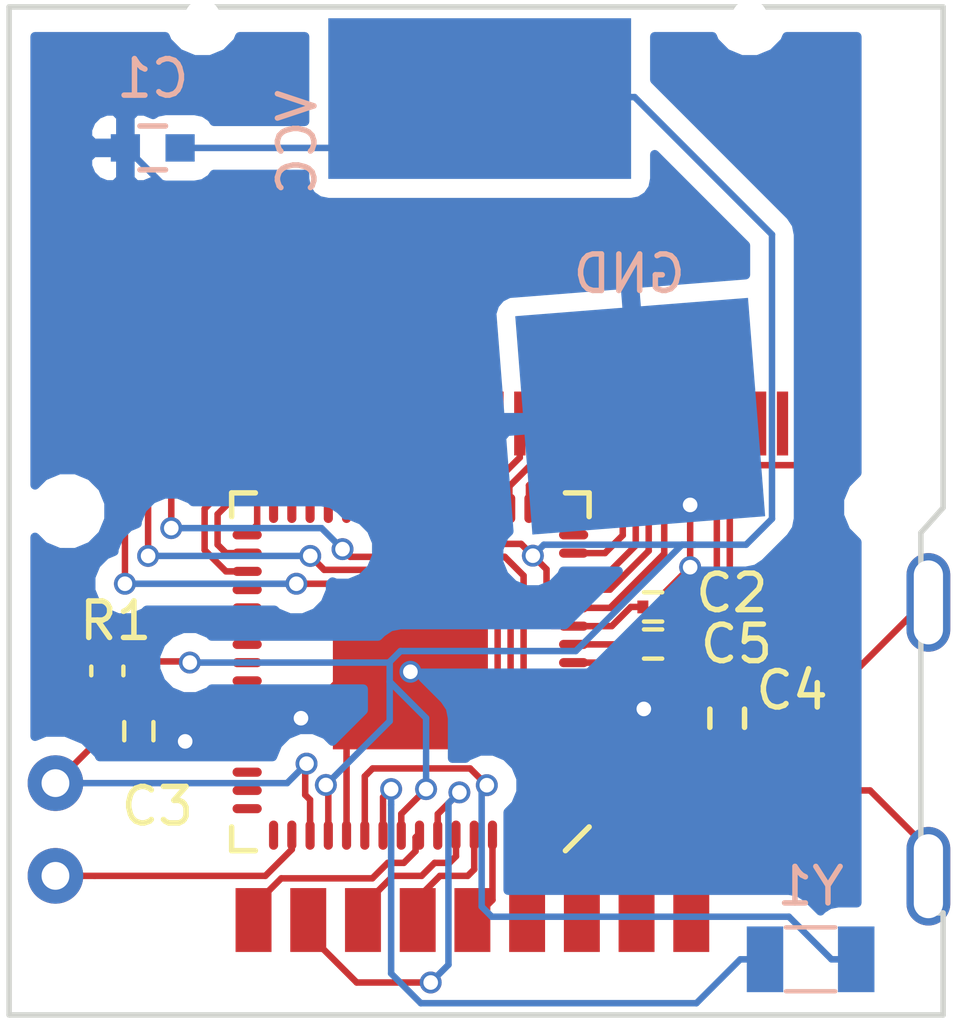
<source format=kicad_pcb>
(kicad_pcb (version 4) (host pcbnew 4.0.5+dfsg1-4)

  (general
    (links 61)
    (no_connects 8)
    (area 96.524999 58.715199 122.278201 86.475001)
    (thickness 1.6)
    (drawings 8)
    (tracks 308)
    (zones 0)
    (modules 11)
    (nets 69)
  )

  (page A4)
  (layers
    (0 F.Cu signal)
    (31 B.Cu signal)
    (32 B.Adhes user)
    (33 F.Adhes user)
    (34 B.Paste user)
    (35 F.Paste user)
    (36 B.SilkS user)
    (37 F.SilkS user)
    (38 B.Mask user)
    (39 F.Mask user)
    (40 Dwgs.User user)
    (41 Cmts.User user)
    (42 Eco1.User user)
    (43 Eco2.User user)
    (44 Edge.Cuts user)
    (45 Margin user)
    (46 B.CrtYd user)
    (47 F.CrtYd user)
    (48 B.Fab user)
    (49 F.Fab user)
  )

  (setup
    (last_trace_width 0.1778)
    (trace_clearance 0.1778)
    (zone_clearance 0.508)
    (zone_45_only no)
    (trace_min 0.125)
    (segment_width 0.02)
    (edge_width 0.15)
    (via_size 0.6)
    (via_drill 0.4)
    (via_min_size 0.3)
    (via_min_drill 0.2032)
    (uvia_size 0.3)
    (uvia_drill 0.1)
    (uvias_allowed no)
    (uvia_min_size 0.2)
    (uvia_min_drill 0.1)
    (pcb_text_width 0.3)
    (pcb_text_size 0.5 0.5)
    (mod_edge_width 0.01)
    (mod_text_size 1 1)
    (mod_text_width 0.01)
    (pad_size 1.524 1.524)
    (pad_drill 0.762)
    (pad_to_mask_clearance 0.2)
    (aux_axis_origin 96.6 86.4)
    (grid_origin 96.6 86.4)
    (visible_elements FFFFE7FF)
    (pcbplotparams
      (layerselection 0x010f0_80000001)
      (usegerberextensions true)
      (excludeedgelayer true)
      (linewidth 0.100000)
      (plotframeref false)
      (viasonmask false)
      (mode 1)
      (useauxorigin false)
      (hpglpennumber 1)
      (hpglpenspeed 20)
      (hpglpendiameter 15)
      (hpglpenoverlay 2)
      (psnegative false)
      (psa4output false)
      (plotreference true)
      (plotvalue true)
      (plotinvisibletext false)
      (padsonsilk false)
      (subtractmaskfromsilk false)
      (outputformat 1)
      (mirror false)
      (drillshape 0)
      (scaleselection 1)
      (outputdirectory gerbers/))
  )

  (net 0 "")
  (net 1 "Net-(LCD1-Pad1)")
  (net 2 "Net-(LCD1-Pad5)")
  (net 3 "Net-(LCD1-Pad6)")
  (net 4 "Net-(LCD1-Pad7)")
  (net 5 "Net-(LCD1-Pad8)")
  (net 6 "Net-(LCD1-Pad9)")
  (net 7 "Net-(LCD1-Pad10)")
  (net 8 "Net-(LCD1-Pad11)")
  (net 9 "Net-(LCD1-Pad12)")
  (net 10 "Net-(LCD1-Pad13)")
  (net 11 "Net-(LCD1-Pad14)")
  (net 12 "Net-(LCD1-Pad15)")
  (net 13 "Net-(LCD1-Pad16)")
  (net 14 "Net-(LCD1-Pad17)")
  (net 15 "Net-(LCD1-Pad18)")
  (net 16 "Net-(LCD1-Pad19)")
  (net 17 "Net-(LCD1-Pad20)")
  (net 18 "Net-(LCD1-Pad21)")
  (net 19 "Net-(LCD1-Pad22)")
  (net 20 "Net-(LCD1-Pad23)")
  (net 21 "Net-(LCD1-Pad24)")
  (net 22 "Net-(LCD1-Pad25)")
  (net 23 "Net-(LCD1-Pad26)")
  (net 24 "Net-(LCD1-Pad27)")
  (net 25 "Net-(LCD1-Pad28)")
  (net 26 "Net-(LCD1-Pad29)")
  (net 27 "Net-(LCD1-Pad30)")
  (net 28 "Net-(LCD1-Pad31)")
  (net 29 "Net-(LCD1-Pad32)")
  (net 30 "Net-(LCD1-Pad33)")
  (net 31 "Net-(LCD1-Pad34)")
  (net 32 "Net-(BRD1-Pad4)")
  (net 33 "Net-(BRD1-Pad3)")
  (net 34 "Net-(KPD1-Pad1)")
  (net 35 "Net-(KPD1-Pad2)")
  (net 36 "Net-(KPD1-Pad3)")
  (net 37 "Net-(KPD1-Pad4)")
  (net 38 "Net-(KPD1-Pad5)")
  (net 39 "Net-(KPD1-Pad6)")
  (net 40 "Net-(KPD1-Pad7)")
  (net 41 "Net-(KPD1-Pad8)")
  (net 42 "Net-(KPD1-Pad9)")
  (net 43 GND)
  (net 44 VCC)
  (net 45 "Net-(U1-Pad36)")
  (net 46 "Net-(U1-Pad37)")
  (net 47 "Net-(U1-Pad38)")
  (net 48 "Net-(U1-Pad39)")
  (net 49 "Net-(U1-Pad40)")
  (net 50 "Net-(U1-Pad41)")
  (net 51 "Net-(U1-Pad42)")
  (net 52 "Net-(U1-Pad43)")
  (net 53 "Net-(U1-Pad44)")
  (net 54 "Net-(U1-Pad45)")
  (net 55 "Net-(U1-Pad46)")
  (net 56 "Net-(U1-Pad47)")
  (net 57 "Net-(U1-Pad48)")
  (net 58 "Net-(U1-Pad49)")
  (net 59 "Net-(U1-Pad54)")
  (net 60 "Net-(U1-Pad55)")
  (net 61 /TST)
  (net 62 /!RST)
  (net 63 /COM0)
  (net 64 /COM1)
  (net 65 /COM2)
  (net 66 /VCORE)
  (net 67 "Net-(LCD1-Pad35)")
  (net 68 /LCDCAP)

  (net_class Default "This is the default net class."
    (clearance 0.1778)
    (trace_width 0.1778)
    (via_dia 0.6)
    (via_drill 0.4)
    (uvia_dia 0.3)
    (uvia_drill 0.1)
    (add_net /!RST)
    (add_net /COM0)
    (add_net /COM1)
    (add_net /COM2)
    (add_net /LCDCAP)
    (add_net /TST)
    (add_net /VCORE)
    (add_net GND)
    (add_net "Net-(BRD1-Pad3)")
    (add_net "Net-(BRD1-Pad4)")
    (add_net "Net-(KPD1-Pad1)")
    (add_net "Net-(KPD1-Pad2)")
    (add_net "Net-(KPD1-Pad3)")
    (add_net "Net-(KPD1-Pad4)")
    (add_net "Net-(KPD1-Pad5)")
    (add_net "Net-(KPD1-Pad6)")
    (add_net "Net-(KPD1-Pad7)")
    (add_net "Net-(KPD1-Pad8)")
    (add_net "Net-(KPD1-Pad9)")
    (add_net "Net-(LCD1-Pad1)")
    (add_net "Net-(LCD1-Pad10)")
    (add_net "Net-(LCD1-Pad11)")
    (add_net "Net-(LCD1-Pad12)")
    (add_net "Net-(LCD1-Pad13)")
    (add_net "Net-(LCD1-Pad14)")
    (add_net "Net-(LCD1-Pad15)")
    (add_net "Net-(LCD1-Pad16)")
    (add_net "Net-(LCD1-Pad17)")
    (add_net "Net-(LCD1-Pad18)")
    (add_net "Net-(LCD1-Pad19)")
    (add_net "Net-(LCD1-Pad20)")
    (add_net "Net-(LCD1-Pad21)")
    (add_net "Net-(LCD1-Pad22)")
    (add_net "Net-(LCD1-Pad23)")
    (add_net "Net-(LCD1-Pad24)")
    (add_net "Net-(LCD1-Pad25)")
    (add_net "Net-(LCD1-Pad26)")
    (add_net "Net-(LCD1-Pad27)")
    (add_net "Net-(LCD1-Pad28)")
    (add_net "Net-(LCD1-Pad29)")
    (add_net "Net-(LCD1-Pad30)")
    (add_net "Net-(LCD1-Pad31)")
    (add_net "Net-(LCD1-Pad32)")
    (add_net "Net-(LCD1-Pad33)")
    (add_net "Net-(LCD1-Pad34)")
    (add_net "Net-(LCD1-Pad35)")
    (add_net "Net-(LCD1-Pad5)")
    (add_net "Net-(LCD1-Pad6)")
    (add_net "Net-(LCD1-Pad7)")
    (add_net "Net-(LCD1-Pad8)")
    (add_net "Net-(LCD1-Pad9)")
    (add_net "Net-(U1-Pad36)")
    (add_net "Net-(U1-Pad37)")
    (add_net "Net-(U1-Pad38)")
    (add_net "Net-(U1-Pad39)")
    (add_net "Net-(U1-Pad40)")
    (add_net "Net-(U1-Pad41)")
    (add_net "Net-(U1-Pad42)")
    (add_net "Net-(U1-Pad43)")
    (add_net "Net-(U1-Pad44)")
    (add_net "Net-(U1-Pad45)")
    (add_net "Net-(U1-Pad46)")
    (add_net "Net-(U1-Pad47)")
    (add_net "Net-(U1-Pad48)")
    (add_net "Net-(U1-Pad49)")
    (add_net "Net-(U1-Pad54)")
    (add_net "Net-(U1-Pad55)")
    (add_net VCC)
  )

  (module AAgoodwatch10:CC430F613x (layer F.Cu) (tedit 58F28FB5) (tstamp 58F29354)
    (at 107.6 77 180)
    (path /58F17607)
    (fp_text reference U1 (at 0 -6.075 180) (layer F.SilkS) hide
      (effects (font (size 1.2 1.2) (thickness 0.15)))
    )
    (fp_text value CC430F613x (at 0 6.075 180) (layer F.Fab) hide
      (effects (font (size 1.2 1.2) (thickness 0.15)))
    )
    (fp_line (start -4.9 -4.25) (end -4.25 -4.9) (layer F.SilkS) (width 0.15))
    (fp_line (start 4.25 -4.9) (end 4.9 -4.9) (layer F.SilkS) (width 0.15))
    (fp_line (start 4.9 -4.9) (end 4.9 -4.25) (layer F.SilkS) (width 0.15))
    (fp_line (start -4.25 4.9) (end -4.9 4.9) (layer F.SilkS) (width 0.15))
    (fp_line (start -4.9 4.9) (end -4.9 4.25) (layer F.SilkS) (width 0.15))
    (fp_line (start 4.25 4.9) (end 4.9 4.9) (layer F.SilkS) (width 0.15))
    (fp_line (start 4.9 4.9) (end 4.9 4.25) (layer F.SilkS) (width 0.15))
    (fp_line (start -5.3 -5.3) (end 5.3 -5.3) (layer F.CrtYd) (width 0.15))
    (fp_line (start 5.3 -5.3) (end 5.3 5.3) (layer F.CrtYd) (width 0.15))
    (fp_line (start 5.3 5.3) (end -5.3 5.3) (layer F.CrtYd) (width 0.15))
    (fp_line (start -5.3 5.3) (end -5.3 -5.3) (layer F.CrtYd) (width 0.15))
    (pad 1 smd oval (at -4.475 -3.75 270) (size 0.25 0.8) (layers F.Cu F.Paste F.Mask)
      (net 42 "Net-(KPD1-Pad9)"))
    (pad 2 smd oval (at -4.475 -3.25 270) (size 0.25 0.8) (layers F.Cu F.Paste F.Mask)
      (net 32 "Net-(BRD1-Pad4)"))
    (pad 3 smd oval (at -4.475 -2.75 270) (size 0.25 0.8) (layers F.Cu F.Paste F.Mask)
      (net 33 "Net-(BRD1-Pad3)"))
    (pad 4 smd oval (at -4.475 -2.25 270) (size 0.25 0.8) (layers F.Cu F.Paste F.Mask)
      (net 68 /LCDCAP))
    (pad 5 smd oval (at -4.475 -1.75 270) (size 0.25 0.8) (layers F.Cu F.Paste F.Mask)
      (net 63 /COM0))
    (pad 6 smd oval (at -4.475 -1.25 270) (size 0.25 0.8) (layers F.Cu F.Paste F.Mask)
      (net 64 /COM1))
    (pad 7 smd oval (at -4.475 -0.75 270) (size 0.25 0.8) (layers F.Cu F.Paste F.Mask)
      (net 65 /COM2))
    (pad 8 smd oval (at -4.475 -0.25 270) (size 0.25 0.8) (layers F.Cu F.Paste F.Mask)
      (net 67 "Net-(LCD1-Pad35)"))
    (pad 9 smd oval (at -4.475 0.25 270) (size 0.25 0.8) (layers F.Cu F.Paste F.Mask)
      (net 26 "Net-(LCD1-Pad29)"))
    (pad 10 smd oval (at -4.475 0.75 270) (size 0.25 0.8) (layers F.Cu F.Paste F.Mask)
      (net 66 /VCORE))
    (pad 11 smd oval (at -4.475 1.25 270) (size 0.25 0.8) (layers F.Cu F.Paste F.Mask)
      (net 44 VCC))
    (pad 12 smd oval (at -4.475 1.75 270) (size 0.25 0.8) (layers F.Cu F.Paste F.Mask)
      (net 25 "Net-(LCD1-Pad28)"))
    (pad 13 smd oval (at -4.475 2.25 270) (size 0.25 0.8) (layers F.Cu F.Paste F.Mask)
      (net 24 "Net-(LCD1-Pad27)"))
    (pad 14 smd oval (at -4.475 2.75 270) (size 0.25 0.8) (layers F.Cu F.Paste F.Mask)
      (net 23 "Net-(LCD1-Pad26)"))
    (pad 15 smd oval (at -4.475 3.25 270) (size 0.25 0.8) (layers F.Cu F.Paste F.Mask)
      (net 22 "Net-(LCD1-Pad25)"))
    (pad 16 smd oval (at -4.475 3.75 270) (size 0.25 0.8) (layers F.Cu F.Paste F.Mask)
      (net 21 "Net-(LCD1-Pad24)"))
    (pad 17 smd oval (at -3.75 4.475 180) (size 0.25 0.8) (layers F.Cu F.Paste F.Mask)
      (net 20 "Net-(LCD1-Pad23)"))
    (pad 18 smd oval (at -3.25 4.475 180) (size 0.25 0.8) (layers F.Cu F.Paste F.Mask)
      (net 19 "Net-(LCD1-Pad22)"))
    (pad 19 smd oval (at -2.75 4.475 180) (size 0.25 0.8) (layers F.Cu F.Paste F.Mask)
      (net 18 "Net-(LCD1-Pad21)"))
    (pad 20 smd oval (at -2.25 4.475 180) (size 0.25 0.8) (layers F.Cu F.Paste F.Mask)
      (net 17 "Net-(LCD1-Pad20)"))
    (pad 21 smd oval (at -1.75 4.475 180) (size 0.25 0.8) (layers F.Cu F.Paste F.Mask)
      (net 16 "Net-(LCD1-Pad19)"))
    (pad 22 smd oval (at -1.25 4.475 180) (size 0.25 0.8) (layers F.Cu F.Paste F.Mask)
      (net 15 "Net-(LCD1-Pad18)"))
    (pad 23 smd oval (at -0.75 4.475 180) (size 0.25 0.8) (layers F.Cu F.Paste F.Mask)
      (net 14 "Net-(LCD1-Pad17)"))
    (pad 24 smd oval (at -0.25 4.475 180) (size 0.25 0.8) (layers F.Cu F.Paste F.Mask)
      (net 13 "Net-(LCD1-Pad16)"))
    (pad 25 smd oval (at 0.25 4.475 180) (size 0.25 0.8) (layers F.Cu F.Paste F.Mask)
      (net 44 VCC))
    (pad 26 smd oval (at 0.75 4.475 180) (size 0.25 0.8) (layers F.Cu F.Paste F.Mask)
      (net 12 "Net-(LCD1-Pad15)"))
    (pad 27 smd oval (at 1.25 4.475 180) (size 0.25 0.8) (layers F.Cu F.Paste F.Mask)
      (net 11 "Net-(LCD1-Pad14)"))
    (pad 28 smd oval (at 1.75 4.475 180) (size 0.25 0.8) (layers F.Cu F.Paste F.Mask)
      (net 10 "Net-(LCD1-Pad13)"))
    (pad 29 smd oval (at 2.25 4.475 180) (size 0.25 0.8) (layers F.Cu F.Paste F.Mask)
      (net 9 "Net-(LCD1-Pad12)"))
    (pad 30 smd oval (at 2.75 4.475 180) (size 0.25 0.8) (layers F.Cu F.Paste F.Mask)
      (net 8 "Net-(LCD1-Pad11)"))
    (pad 31 smd oval (at 3.25 4.475 180) (size 0.25 0.8) (layers F.Cu F.Paste F.Mask)
      (net 7 "Net-(LCD1-Pad10)"))
    (pad 32 smd oval (at 3.75 4.475 180) (size 0.25 0.8) (layers F.Cu F.Paste F.Mask)
      (net 6 "Net-(LCD1-Pad9)"))
    (pad 33 smd oval (at 4.475 3.75 270) (size 0.25 0.8) (layers F.Cu F.Paste F.Mask)
      (net 5 "Net-(LCD1-Pad8)"))
    (pad 34 smd oval (at 4.475 3.25 270) (size 0.25 0.8) (layers F.Cu F.Paste F.Mask)
      (net 4 "Net-(LCD1-Pad7)"))
    (pad 35 smd oval (at 4.475 2.75 270) (size 0.25 0.8) (layers F.Cu F.Paste F.Mask)
      (net 3 "Net-(LCD1-Pad6)"))
    (pad 36 smd oval (at 4.475 2.25 270) (size 0.25 0.8) (layers F.Cu F.Paste F.Mask)
      (net 45 "Net-(U1-Pad36)"))
    (pad 37 smd oval (at 4.475 1.75 270) (size 0.25 0.8) (layers F.Cu F.Paste F.Mask)
      (net 46 "Net-(U1-Pad37)"))
    (pad 38 smd oval (at 4.475 1.25 270) (size 0.25 0.8) (layers F.Cu F.Paste F.Mask)
      (net 47 "Net-(U1-Pad38)"))
    (pad 39 smd oval (at 4.475 0.75 270) (size 0.25 0.8) (layers F.Cu F.Paste F.Mask)
      (net 48 "Net-(U1-Pad39)"))
    (pad 40 smd oval (at 4.475 0.25 270) (size 0.25 0.8) (layers F.Cu F.Paste F.Mask)
      (net 49 "Net-(U1-Pad40)"))
    (pad 41 smd oval (at 4.475 -0.25 270) (size 0.25 0.8) (layers F.Cu F.Paste F.Mask)
      (net 50 "Net-(U1-Pad41)"))
    (pad 42 smd oval (at 4.475 -0.75 270) (size 0.25 0.8) (layers F.Cu F.Paste F.Mask)
      (net 51 "Net-(U1-Pad42)"))
    (pad 43 smd oval (at 4.475 -1.25 270) (size 0.25 0.8) (layers F.Cu F.Paste F.Mask)
      (net 52 "Net-(U1-Pad43)"))
    (pad 44 smd oval (at 4.475 -1.75 270) (size 0.25 0.8) (layers F.Cu F.Paste F.Mask)
      (net 53 "Net-(U1-Pad44)"))
    (pad 45 smd oval (at 4.475 -2.25 270) (size 0.25 0.8) (layers F.Cu F.Paste F.Mask)
      (net 54 "Net-(U1-Pad45)"))
    (pad 46 smd oval (at 4.475 -2.75 270) (size 0.25 0.8) (layers F.Cu F.Paste F.Mask)
      (net 55 "Net-(U1-Pad46)"))
    (pad 47 smd oval (at 4.475 -3.25 270) (size 0.25 0.8) (layers F.Cu F.Paste F.Mask)
      (net 56 "Net-(U1-Pad47)"))
    (pad 48 smd oval (at 4.475 -3.75 270) (size 0.25 0.8) (layers F.Cu F.Paste F.Mask)
      (net 57 "Net-(U1-Pad48)"))
    (pad 49 smd oval (at 3.75 -4.475 180) (size 0.25 0.8) (layers F.Cu F.Paste F.Mask)
      (net 58 "Net-(U1-Pad49)"))
    (pad 50 smd oval (at 3.25 -4.475 180) (size 0.25 0.8) (layers F.Cu F.Paste F.Mask)
      (net 61 /TST))
    (pad 51 smd oval (at 2.75 -4.475 180) (size 0.25 0.8) (layers F.Cu F.Paste F.Mask)
      (net 62 /!RST))
    (pad 52 smd oval (at 2.25 -4.475 180) (size 0.25 0.8) (layers F.Cu F.Paste F.Mask)
      (net 44 VCC))
    (pad 53 smd oval (at 1.75 -4.475 180) (size 0.25 0.8) (layers F.Cu F.Paste F.Mask)
      (net 43 GND))
    (pad 54 smd oval (at 1.25 -4.475 180) (size 0.25 0.8) (layers F.Cu F.Paste F.Mask)
      (net 59 "Net-(U1-Pad54)"))
    (pad 55 smd oval (at 0.75 -4.475 180) (size 0.25 0.8) (layers F.Cu F.Paste F.Mask)
      (net 60 "Net-(U1-Pad55)"))
    (pad 56 smd oval (at 0.25 -4.475 180) (size 0.25 0.8) (layers F.Cu F.Paste F.Mask)
      (net 44 VCC))
    (pad 57 smd oval (at -0.25 -4.475 180) (size 0.25 0.8) (layers F.Cu F.Paste F.Mask)
      (net 34 "Net-(KPD1-Pad1)"))
    (pad 58 smd oval (at -0.75 -4.475 180) (size 0.25 0.8) (layers F.Cu F.Paste F.Mask)
      (net 35 "Net-(KPD1-Pad2)"))
    (pad 59 smd oval (at -1.25 -4.475 180) (size 0.25 0.8) (layers F.Cu F.Paste F.Mask)
      (net 36 "Net-(KPD1-Pad3)"))
    (pad 60 smd oval (at -1.75 -4.475 180) (size 0.25 0.8) (layers F.Cu F.Paste F.Mask)
      (net 37 "Net-(KPD1-Pad4)"))
    (pad 61 smd oval (at -2.25 -4.475 180) (size 0.25 0.8) (layers F.Cu F.Paste F.Mask)
      (net 38 "Net-(KPD1-Pad5)"))
    (pad 62 smd oval (at -2.75 -4.475 180) (size 0.25 0.8) (layers F.Cu F.Paste F.Mask)
      (net 39 "Net-(KPD1-Pad6)"))
    (pad 63 smd oval (at -3.25 -4.475 180) (size 0.25 0.8) (layers F.Cu F.Paste F.Mask)
      (net 40 "Net-(KPD1-Pad7)"))
    (pad 64 smd oval (at -3.75 -4.475 180) (size 0.25 0.8) (layers F.Cu F.Paste F.Mask)
      (net 41 "Net-(KPD1-Pad8)"))
    (pad 65 smd rect (at 0 0 180) (size 4.25 4.25) (layers F.Cu F.Paste F.Mask)
      (net 43 GND))
    (model SMD_Packages.3dshapes/BGA-64-0.8mm.wrl
      (at (xyz 0 0 0))
      (scale (xyz 0.45 0.45 0.1))
      (rotate (xyz 0 0 0))
    )
  )

  (module AAgoodwatch10:ca53keypad (layer F.Cu) (tedit 58F27465) (tstamp 58F274D5)
    (at 102.8 83.8)
    (path /58F233A6)
    (fp_text reference KPD1 (at 7.2 2) (layer F.SilkS) hide
      (effects (font (size 1 1) (thickness 0.15)))
    )
    (fp_text value CA53KEYPAD (at 5.9 -2) (layer F.Fab) hide
      (effects (font (size 1 1) (thickness 0.15)))
    )
    (pad 1 connect rect (at 0.5 0) (size 0.985 1.75) (layers F.Cu F.Mask)
      (net 34 "Net-(KPD1-Pad1)"))
    (pad 2 connect rect (at 2 0) (size 0.985 1.75) (layers F.Cu F.Mask)
      (net 35 "Net-(KPD1-Pad2)"))
    (pad 3 connect rect (at 3.5 0) (size 0.985 1.75) (layers F.Cu F.Mask)
      (net 36 "Net-(KPD1-Pad3)"))
    (pad 4 connect rect (at 5 0) (size 0.985 1.75) (layers F.Cu F.Mask)
      (net 37 "Net-(KPD1-Pad4)"))
    (pad 5 connect rect (at 6.5 0) (size 0.985 1.75) (layers F.Cu F.Mask)
      (net 38 "Net-(KPD1-Pad5)"))
    (pad 6 connect rect (at 8 0) (size 0.985 1.75) (layers F.Cu F.Mask)
      (net 39 "Net-(KPD1-Pad6)"))
    (pad 7 connect rect (at 9.5 0) (size 0.985 1.75) (layers F.Cu F.Mask)
      (net 40 "Net-(KPD1-Pad7)"))
    (pad 8 connect rect (at 11 0) (size 0.985 1.75) (layers F.Cu F.Mask)
      (net 41 "Net-(KPD1-Pad8)"))
    (pad 9 connect rect (at 12.5 0) (size 0.985 1.75) (layers F.Cu F.Mask)
      (net 42 "Net-(KPD1-Pad9)"))
  )

  (module AAgoodwatch10:ca53lcd (layer F.Cu) (tedit 58F28911) (tstamp 58F28E24)
    (at 99 70.2)
    (path /58F11D4F)
    (fp_text reference LCD1 (at 7.9 2.7) (layer F.SilkS) hide
      (effects (font (size 1 1) (thickness 0.15)))
    )
    (fp_text value CA53LCD (at 9.7 -2.4) (layer F.Fab) hide
      (effects (font (size 1 1) (thickness 0.15)))
    )
    (pad 1 connect rect (at 0.2 0) (size 0.31 1.75) (layers F.Cu F.Mask)
      (net 1 "Net-(LCD1-Pad1)"))
    (pad 2 connect rect (at 0.8 0) (size 0.31 1.75) (layers F.Cu F.Mask)
      (net 63 /COM0))
    (pad 3 connect rect (at 1.4 0) (size 0.31 1.75) (layers F.Cu F.Mask)
      (net 64 /COM1))
    (pad 4 connect rect (at 2 0) (size 0.31 1.75) (layers F.Cu F.Mask)
      (net 65 /COM2))
    (pad 5 connect rect (at 2.6 0) (size 0.31 1.75) (layers F.Cu F.Mask)
      (net 2 "Net-(LCD1-Pad5)"))
    (pad 6 connect rect (at 3.2 0) (size 0.31 1.75) (layers F.Cu F.Mask)
      (net 3 "Net-(LCD1-Pad6)"))
    (pad 7 connect rect (at 3.8 0) (size 0.31 1.75) (layers F.Cu F.Mask)
      (net 4 "Net-(LCD1-Pad7)"))
    (pad 8 connect rect (at 4.4 0) (size 0.31 1.75) (layers F.Cu F.Mask)
      (net 5 "Net-(LCD1-Pad8)"))
    (pad 9 connect rect (at 5 0) (size 0.31 1.75) (layers F.Cu F.Mask)
      (net 6 "Net-(LCD1-Pad9)"))
    (pad 10 connect rect (at 5.6 0) (size 0.31 1.75) (layers F.Cu F.Mask)
      (net 7 "Net-(LCD1-Pad10)"))
    (pad 11 connect rect (at 6.2 0) (size 0.31 1.75) (layers F.Cu F.Mask)
      (net 8 "Net-(LCD1-Pad11)"))
    (pad 12 connect rect (at 6.8 0) (size 0.31 1.75) (layers F.Cu F.Mask)
      (net 9 "Net-(LCD1-Pad12)"))
    (pad 13 connect rect (at 7.4 0) (size 0.31 1.75) (layers F.Cu F.Mask)
      (net 10 "Net-(LCD1-Pad13)"))
    (pad 14 connect rect (at 8 0) (size 0.31 1.75) (layers F.Cu F.Mask)
      (net 11 "Net-(LCD1-Pad14)"))
    (pad 15 connect rect (at 8.6 0) (size 0.31 1.75) (layers F.Cu F.Mask)
      (net 12 "Net-(LCD1-Pad15)"))
    (pad 16 connect rect (at 9.2 0) (size 0.31 1.75) (layers F.Cu F.Mask)
      (net 13 "Net-(LCD1-Pad16)"))
    (pad 17 connect rect (at 9.8 0) (size 0.31 1.75) (layers F.Cu F.Mask)
      (net 14 "Net-(LCD1-Pad17)"))
    (pad 18 connect rect (at 10.4 0) (size 0.31 1.75) (layers F.Cu F.Mask)
      (net 15 "Net-(LCD1-Pad18)"))
    (pad 19 connect rect (at 11 0) (size 0.31 1.75) (layers F.Cu F.Mask)
      (net 16 "Net-(LCD1-Pad19)"))
    (pad 20 connect rect (at 11.6 0) (size 0.31 1.75) (layers F.Cu F.Mask)
      (net 17 "Net-(LCD1-Pad20)"))
    (pad 21 connect rect (at 12.2 0) (size 0.31 1.75) (layers F.Cu F.Mask)
      (net 18 "Net-(LCD1-Pad21)"))
    (pad 22 connect rect (at 12.8 0) (size 0.31 1.75) (layers F.Cu F.Mask)
      (net 19 "Net-(LCD1-Pad22)"))
    (pad 23 connect rect (at 13.4 0) (size 0.31 1.75) (layers F.Cu F.Mask)
      (net 20 "Net-(LCD1-Pad23)"))
    (pad 24 connect rect (at 14 0) (size 0.31 1.75) (layers F.Cu F.Mask)
      (net 21 "Net-(LCD1-Pad24)"))
    (pad 25 connect rect (at 14.6 0) (size 0.31 1.75) (layers F.Cu F.Mask)
      (net 22 "Net-(LCD1-Pad25)"))
    (pad 26 connect rect (at 15.2 0) (size 0.31 1.75) (layers F.Cu F.Mask)
      (net 23 "Net-(LCD1-Pad26)"))
    (pad 27 connect rect (at 15.8 0) (size 0.31 1.75) (layers F.Cu F.Mask)
      (net 24 "Net-(LCD1-Pad27)"))
    (pad 28 connect rect (at 16.4 0) (size 0.31 1.75) (layers F.Cu F.Mask)
      (net 25 "Net-(LCD1-Pad28)"))
    (pad 29 connect rect (at 17 0) (size 0.31 1.75) (layers F.Cu F.Mask)
      (net 26 "Net-(LCD1-Pad29)"))
    (pad 30 connect rect (at 17.6 0) (size 0.31 1.75) (layers F.Cu F.Mask)
      (net 27 "Net-(LCD1-Pad30)"))
    (pad 31 connect rect (at 18.2 0) (size 0.31 1.75) (layers F.Cu F.Mask)
      (net 28 "Net-(LCD1-Pad31)"))
    (pad 32 connect rect (at 18.8 0) (size 0.31 1.75) (layers F.Cu F.Mask)
      (net 29 "Net-(LCD1-Pad32)"))
    (pad 33 connect rect (at 19.4 0) (size 0.31 1.75) (layers F.Cu F.Mask)
      (net 30 "Net-(LCD1-Pad33)"))
    (pad 34 connect rect (at 20 0) (size 0.31 1.75) (layers F.Cu F.Mask)
      (net 31 "Net-(LCD1-Pad34)"))
    (pad 35 connect rect (at 20.6 0) (size 0.31 1.75) (layers F.Cu F.Mask)
      (net 67 "Net-(LCD1-Pad35)"))
  )

  (module Capacitors_SMD:C_0201 (layer F.Cu) (tedit 58AA83DF) (tstamp 58F2CD4E)
    (at 114.253 75.224)
    (descr "Capacitor SMD 0201, reflow soldering, AVX (see smccp.pdf)")
    (tags "capacitor 0201")
    (path /58F297AD)
    (attr smd)
    (fp_text reference C2 (at 2.159 -0.381) (layer F.SilkS)
      (effects (font (size 1 1) (thickness 0.15)))
    )
    (fp_text value 0.1uF (at 4.953 -0.508) (layer F.Fab)
      (effects (font (size 1 1) (thickness 0.15)))
    )
    (fp_text user %R (at 2.159 -0.381) (layer F.Fab)
      (effects (font (size 1 1) (thickness 0.15)))
    )
    (fp_line (start -0.3 0.15) (end -0.3 -0.15) (layer F.Fab) (width 0.1))
    (fp_line (start 0.3 0.15) (end -0.3 0.15) (layer F.Fab) (width 0.1))
    (fp_line (start 0.3 -0.15) (end 0.3 0.15) (layer F.Fab) (width 0.1))
    (fp_line (start -0.3 -0.15) (end 0.3 -0.15) (layer F.Fab) (width 0.1))
    (fp_line (start 0.25 0.4) (end -0.25 0.4) (layer F.SilkS) (width 0.12))
    (fp_line (start -0.25 -0.4) (end 0.25 -0.4) (layer F.SilkS) (width 0.12))
    (fp_line (start -0.58 -0.33) (end 0.58 -0.33) (layer F.CrtYd) (width 0.05))
    (fp_line (start -0.58 -0.33) (end -0.58 0.32) (layer F.CrtYd) (width 0.05))
    (fp_line (start 0.58 0.32) (end 0.58 -0.33) (layer F.CrtYd) (width 0.05))
    (fp_line (start 0.58 0.32) (end -0.58 0.32) (layer F.CrtYd) (width 0.05))
    (pad 1 smd rect (at -0.28 0) (size 0.3 0.35) (layers F.Cu F.Paste F.Mask)
      (net 44 VCC))
    (pad 2 smd rect (at 0.28 0) (size 0.3 0.35) (layers F.Cu F.Paste F.Mask)
      (net 43 GND))
    (model Capacitors_SMD.3dshapes/C_0201.wrl
      (at (xyz 0 0 0))
      (scale (xyz 1 1 1))
      (rotate (xyz 0 0 0))
    )
  )

  (module Capacitors_SMD:C_0201 (layer F.Cu) (tedit 58AA83DF) (tstamp 58F2CD54)
    (at 100.156 78.627 270)
    (descr "Capacitor SMD 0201, reflow soldering, AVX (see smccp.pdf)")
    (tags "capacitor 0201")
    (path /58F297DF)
    (attr smd)
    (fp_text reference C3 (at 2.058 -0.508 360) (layer F.SilkS)
      (effects (font (size 1 1) (thickness 0.15)))
    )
    (fp_text value 0.1uF (at 0 1.27 270) (layer F.Fab)
      (effects (font (size 1 1) (thickness 0.15)))
    )
    (fp_text user %R (at 2.058 -0.508 360) (layer F.Fab)
      (effects (font (size 1 1) (thickness 0.15)))
    )
    (fp_line (start -0.3 0.15) (end -0.3 -0.15) (layer F.Fab) (width 0.1))
    (fp_line (start 0.3 0.15) (end -0.3 0.15) (layer F.Fab) (width 0.1))
    (fp_line (start 0.3 -0.15) (end 0.3 0.15) (layer F.Fab) (width 0.1))
    (fp_line (start -0.3 -0.15) (end 0.3 -0.15) (layer F.Fab) (width 0.1))
    (fp_line (start 0.25 0.4) (end -0.25 0.4) (layer F.SilkS) (width 0.12))
    (fp_line (start -0.25 -0.4) (end 0.25 -0.4) (layer F.SilkS) (width 0.12))
    (fp_line (start -0.58 -0.33) (end 0.58 -0.33) (layer F.CrtYd) (width 0.05))
    (fp_line (start -0.58 -0.33) (end -0.58 0.32) (layer F.CrtYd) (width 0.05))
    (fp_line (start 0.58 0.32) (end 0.58 -0.33) (layer F.CrtYd) (width 0.05))
    (fp_line (start 0.58 0.32) (end -0.58 0.32) (layer F.CrtYd) (width 0.05))
    (pad 1 smd rect (at -0.28 0 270) (size 0.3 0.35) (layers F.Cu F.Paste F.Mask)
      (net 44 VCC))
    (pad 2 smd rect (at 0.28 0 270) (size 0.3 0.35) (layers F.Cu F.Paste F.Mask)
      (net 43 GND))
    (model Capacitors_SMD.3dshapes/C_0201.wrl
      (at (xyz 0 0 0))
      (scale (xyz 1 1 1))
      (rotate (xyz 0 0 0))
    )
  )

  (module Crystals:Crystal_SMD_3215-2pin_3.2x1.5mm (layer B.Cu) (tedit 58CD2E9C) (tstamp 58F2CD65)
    (at 118.571 84.876 180)
    (descr "SMD Crystal FC-135 https://support.epson.biz/td/api/doc_check.php?dl=brief_FC-135R_en.pdf")
    (tags "SMD SMT Crystal")
    (path /58F2817E)
    (attr smd)
    (fp_text reference Y1 (at 0 2 180) (layer B.SilkS)
      (effects (font (size 1 1) (thickness 0.15)) (justify mirror))
    )
    (fp_text value 32.768kHz (at 1.524 3.302 180) (layer B.Fab)
      (effects (font (size 1 1) (thickness 0.15)) (justify mirror))
    )
    (fp_text user %R (at 0 2 180) (layer B.Fab)
      (effects (font (size 1 1) (thickness 0.15)) (justify mirror))
    )
    (fp_line (start -2 1.15) (end 2 1.15) (layer B.CrtYd) (width 0.05))
    (fp_line (start -1.6 0.75) (end -1.6 -0.75) (layer B.Fab) (width 0.1))
    (fp_line (start -0.675 -0.875) (end 0.675 -0.875) (layer B.SilkS) (width 0.12))
    (fp_line (start -0.675 0.875) (end 0.675 0.875) (layer B.SilkS) (width 0.12))
    (fp_line (start 1.6 0.75) (end 1.6 -0.75) (layer B.Fab) (width 0.1))
    (fp_line (start -1.6 0.75) (end 1.6 0.75) (layer B.Fab) (width 0.1))
    (fp_line (start -1.6 -0.75) (end 1.6 -0.75) (layer B.Fab) (width 0.1))
    (fp_line (start -2 -1.15) (end 2 -1.15) (layer B.CrtYd) (width 0.05))
    (fp_line (start -2 1.15) (end -2 -1.15) (layer B.CrtYd) (width 0.05))
    (fp_line (start 2 1.15) (end 2 -1.15) (layer B.CrtYd) (width 0.05))
    (pad 1 smd rect (at 1.25 0 180) (size 1 1.8) (layers B.Cu B.Paste B.Mask)
      (net 60 "Net-(U1-Pad55)"))
    (pad 2 smd rect (at -1.25 0 180) (size 1 1.8) (layers B.Cu B.Paste B.Mask)
      (net 59 "Net-(U1-Pad54)"))
    (model Crystals.3dshapes/Crystal_SMD_5032_2Pads.wrl
      (at (xyz 0 0 0))
      (scale (xyz 0.2 0.2 0.2))
      (rotate (xyz 0 0 0))
    )
  )

  (module Resistors_SMD:R_0201 (layer F.Cu) (tedit 58E0A804) (tstamp 58F2DE5B)
    (at 99.2924 76.9766 270)
    (descr "Resistor SMD 0201, reflow soldering, Vishay (see crcw0201e3.pdf)")
    (tags "resistor 0201")
    (path /58F27D93)
    (attr smd)
    (fp_text reference R1 (at -1.3716 -0.2286 360) (layer F.SilkS)
      (effects (font (size 1 1) (thickness 0.15)))
    )
    (fp_text value 47K (at 0 1.3 270) (layer F.Fab)
      (effects (font (size 1 1) (thickness 0.15)))
    )
    (fp_text user %R (at -1.3716 -0.2286 360) (layer F.Fab)
      (effects (font (size 1 1) (thickness 0.15)))
    )
    (fp_line (start -0.3 0.15) (end -0.3 -0.15) (layer F.Fab) (width 0.1))
    (fp_line (start 0.3 0.15) (end -0.3 0.15) (layer F.Fab) (width 0.1))
    (fp_line (start 0.3 -0.15) (end 0.3 0.15) (layer F.Fab) (width 0.1))
    (fp_line (start -0.3 -0.15) (end 0.3 -0.15) (layer F.Fab) (width 0.1))
    (fp_line (start 0.12 -0.44) (end -0.12 -0.44) (layer F.SilkS) (width 0.12))
    (fp_line (start -0.12 0.44) (end 0.12 0.44) (layer F.SilkS) (width 0.12))
    (fp_line (start -0.55 -0.37) (end 0.55 -0.37) (layer F.CrtYd) (width 0.05))
    (fp_line (start -0.55 -0.37) (end -0.55 0.36) (layer F.CrtYd) (width 0.05))
    (fp_line (start 0.55 0.36) (end 0.55 -0.37) (layer F.CrtYd) (width 0.05))
    (fp_line (start 0.55 0.36) (end -0.55 0.36) (layer F.CrtYd) (width 0.05))
    (pad 1 smd rect (at -0.26 0 270) (size 0.28 0.43) (layers F.Cu F.Paste F.Mask)
      (net 44 VCC))
    (pad 2 smd rect (at 0.26 0 270) (size 0.28 0.43) (layers F.Cu F.Paste F.Mask)
      (net 62 /!RST))
    (model ${KISYS3DMOD}/Resistors_SMD.3dshapes/R_0201.wrl
      (at (xyz 0 0 0))
      (scale (xyz 1 1 1))
      (rotate (xyz 0 0 0))
    )
  )

  (module Capacitors_SMD:C_0201 (layer F.Cu) (tedit 58AA83DF) (tstamp 59A886EA)
    (at 114.253 76.24)
    (descr "Capacitor SMD 0201, reflow soldering, AVX (see smccp.pdf)")
    (tags "capacitor 0201")
    (path /59A89285)
    (attr smd)
    (fp_text reference C5 (at 2.286 0) (layer F.SilkS)
      (effects (font (size 1 1) (thickness 0.15)))
    )
    (fp_text value 0.47uF (at 5.715 0) (layer F.Fab)
      (effects (font (size 1 1) (thickness 0.15)))
    )
    (fp_text user %R (at 2.286 0) (layer F.Fab)
      (effects (font (size 1 1) (thickness 0.15)))
    )
    (fp_line (start -0.3 0.15) (end -0.3 -0.15) (layer F.Fab) (width 0.1))
    (fp_line (start 0.3 0.15) (end -0.3 0.15) (layer F.Fab) (width 0.1))
    (fp_line (start 0.3 -0.15) (end 0.3 0.15) (layer F.Fab) (width 0.1))
    (fp_line (start -0.3 -0.15) (end 0.3 -0.15) (layer F.Fab) (width 0.1))
    (fp_line (start 0.25 0.4) (end -0.25 0.4) (layer F.SilkS) (width 0.12))
    (fp_line (start -0.25 -0.4) (end 0.25 -0.4) (layer F.SilkS) (width 0.12))
    (fp_line (start -0.58 -0.33) (end 0.58 -0.33) (layer F.CrtYd) (width 0.05))
    (fp_line (start -0.58 -0.33) (end -0.58 0.32) (layer F.CrtYd) (width 0.05))
    (fp_line (start 0.58 0.32) (end 0.58 -0.33) (layer F.CrtYd) (width 0.05))
    (fp_line (start 0.58 0.32) (end -0.58 0.32) (layer F.CrtYd) (width 0.05))
    (pad 1 smd rect (at -0.28 0) (size 0.3 0.35) (layers F.Cu F.Paste F.Mask)
      (net 66 /VCORE))
    (pad 2 smd rect (at 0.28 0) (size 0.3 0.35) (layers F.Cu F.Paste F.Mask)
      (net 43 GND))
    (model Capacitors_SMD.3dshapes/C_0201.wrl
      (at (xyz 0 0 0))
      (scale (xyz 1 1 1))
      (rotate (xyz 0 0 0))
    )
  )

  (module Capacitors_SMD:C_0402 (layer F.Cu) (tedit 5415D599) (tstamp 59AAE946)
    (at 116.285 78.272 90)
    (descr "Capacitor SMD 0402, reflow soldering, AVX (see smccp.pdf)")
    (tags "capacitor 0402")
    (path /59A8837E)
    (attr smd)
    (fp_text reference C4 (at 0.762 1.778 180) (layer F.SilkS)
      (effects (font (size 1 1) (thickness 0.15)))
    )
    (fp_text value 10uF (at -0.762 2.794 180) (layer F.Fab)
      (effects (font (size 1 1) (thickness 0.15)))
    )
    (fp_line (start -0.5 0.25) (end -0.5 -0.25) (layer F.Fab) (width 0.15))
    (fp_line (start 0.5 0.25) (end -0.5 0.25) (layer F.Fab) (width 0.15))
    (fp_line (start 0.5 -0.25) (end 0.5 0.25) (layer F.Fab) (width 0.15))
    (fp_line (start -0.5 -0.25) (end 0.5 -0.25) (layer F.Fab) (width 0.15))
    (fp_line (start -1.15 -0.6) (end 1.15 -0.6) (layer F.CrtYd) (width 0.05))
    (fp_line (start -1.15 0.6) (end 1.15 0.6) (layer F.CrtYd) (width 0.05))
    (fp_line (start -1.15 -0.6) (end -1.15 0.6) (layer F.CrtYd) (width 0.05))
    (fp_line (start 1.15 -0.6) (end 1.15 0.6) (layer F.CrtYd) (width 0.05))
    (fp_line (start 0.25 -0.475) (end -0.25 -0.475) (layer F.SilkS) (width 0.15))
    (fp_line (start -0.25 0.475) (end 0.25 0.475) (layer F.SilkS) (width 0.15))
    (pad 1 smd rect (at -0.55 0 90) (size 0.6 0.5) (layers F.Cu F.Paste F.Mask)
      (net 68 /LCDCAP))
    (pad 2 smd rect (at 0.55 0 90) (size 0.6 0.5) (layers F.Cu F.Paste F.Mask)
      (net 43 GND))
    (model Capacitors_SMD.3dshapes/C_0402.wrl
      (at (xyz 0 0 0))
      (scale (xyz 1 1 1))
      (rotate (xyz 0 0 0))
    )
  )

  (module Capacitors_SMD:C_0603 (layer B.Cu) (tedit 5415D631) (tstamp 59AAF084)
    (at 100.537 62.651 180)
    (descr "Capacitor SMD 0603, reflow soldering, AVX (see smccp.pdf)")
    (tags "capacitor 0603")
    (path /58F295CB)
    (attr smd)
    (fp_text reference C1 (at 0 1.9 180) (layer B.SilkS)
      (effects (font (size 1 1) (thickness 0.15)) (justify mirror))
    )
    (fp_text value 47uF (at 0 -1.9 180) (layer B.Fab)
      (effects (font (size 1 1) (thickness 0.15)) (justify mirror))
    )
    (fp_line (start -0.8 -0.4) (end -0.8 0.4) (layer B.Fab) (width 0.15))
    (fp_line (start 0.8 -0.4) (end -0.8 -0.4) (layer B.Fab) (width 0.15))
    (fp_line (start 0.8 0.4) (end 0.8 -0.4) (layer B.Fab) (width 0.15))
    (fp_line (start -0.8 0.4) (end 0.8 0.4) (layer B.Fab) (width 0.15))
    (fp_line (start -1.45 0.75) (end 1.45 0.75) (layer B.CrtYd) (width 0.05))
    (fp_line (start -1.45 -0.75) (end 1.45 -0.75) (layer B.CrtYd) (width 0.05))
    (fp_line (start -1.45 0.75) (end -1.45 -0.75) (layer B.CrtYd) (width 0.05))
    (fp_line (start 1.45 0.75) (end 1.45 -0.75) (layer B.CrtYd) (width 0.05))
    (fp_line (start -0.35 0.6) (end 0.35 0.6) (layer B.SilkS) (width 0.15))
    (fp_line (start 0.35 -0.6) (end -0.35 -0.6) (layer B.SilkS) (width 0.15))
    (pad 1 smd rect (at -0.75 0 180) (size 0.8 0.75) (layers B.Cu B.Paste B.Mask)
      (net 44 VCC))
    (pad 2 smd rect (at 0.75 0 180) (size 0.8 0.75) (layers B.Cu B.Paste B.Mask)
      (net 43 GND))
    (model Capacitors_SMD.3dshapes/C_0603.wrl
      (at (xyz 0 0 0))
      (scale (xyz 1 1 1))
      (rotate (xyz 0 0 0))
    )
  )

  (module AAgoodwatch10:ca53board (layer F.Cu) (tedit 59B03522) (tstamp 59B03716)
    (at 96.6 86.4)
    (descr "PCB Layout for the Casio CA53W")
    (path /58F257A1)
    (fp_text reference BRD1 (at 22.2 -25.9) (layer F.SilkS) hide
      (effects (font (size 1 1) (thickness 0.15)))
    )
    (fp_text value CA53BOARD (at 4.1 -25.9) (layer F.Fab) hide
      (effects (font (size 1 1) (thickness 0.15)))
    )
    (fp_line (start 20 -2) (end 20 -3.5) (layer Dwgs.User) (width 0.15))
    (fp_line (start 5.5 -2) (end 5.5 -3.5) (layer Dwgs.User) (width 0.15))
    (fp_line (start 25.6 -2.8) (end 25 -2.8) (layer Dwgs.User) (width 0.15))
    (fp_line (start 25 -2.8) (end 25 -13.2) (layer Dwgs.User) (width 0.15))
    (fp_line (start 25 -13.2) (end 25.6 -13.9) (layer Dwgs.User) (width 0.15))
    (fp_text user GND (at 17 -20.3) (layer B.SilkS)
      (effects (font (size 1 1) (thickness 0.15)) (justify mirror))
    )
    (fp_text user VCC (at 7.9 -23.9 90) (layer B.SilkS)
      (effects (font (size 1 1) (thickness 0.15)) (justify mirror))
    )
    (fp_line (start 0 -14.8) (end 25.6 -14.8) (layer Dwgs.User) (width 0.15))
    (fp_line (start 0 -17.6) (end 25.6 -17.6) (layer Dwgs.User) (width 0.15))
    (fp_line (start 0 0) (end 25.6 0) (layer Dwgs.User) (width 0.15))
    (fp_line (start 25.6 0) (end 25.6 -27.6) (layer Dwgs.User) (width 0.15))
    (fp_line (start 25.6 -27.6) (end 0 -27.6) (layer Dwgs.User) (width 0.15))
    (fp_line (start 0 -27.6) (end 0 0) (layer Dwgs.User) (width 0.15))
    (pad 4 thru_hole oval (at 25.2 -3.8) (size 1.2 2.7) (drill oval 0.8 2.3) (layers *.Cu *.Mask)
      (net 32 "Net-(BRD1-Pad4)"))
    (pad 3 thru_hole oval (at 25.2 -11.3) (size 1.2 2.7) (drill oval 0.8 2.3) (layers *.Cu *.Mask)
      (net 33 "Net-(BRD1-Pad3)"))
    (pad 2 connect rect (at 17.3 -16.4 4.5) (size 6.4 6) (layers B.Cu B.Mask)
      (net 43 GND))
    (pad "" np_thru_hole circle (at 20.3 -27.3) (size 1 1) (drill 1) (layers *.Cu *.Mask))
    (pad "" np_thru_hole circle (at 23.9 -13.9) (size 1 1) (drill 1) (layers *.Cu *.Mask))
    (pad "" np_thru_hole circle (at 1.6 -13.8) (size 1 1) (drill 1) (layers *.Cu *.Mask))
    (pad "" np_thru_hole circle (at 5.3 -27.3) (size 1 1) (drill 1) (layers *.Cu *.Mask))
    (pad 1 connect rect (at 12.9 -25.1) (size 8.3 4.4) (layers B.Cu B.Mask)
      (net 44 VCC))
    (pad 5 thru_hole circle (at 1.27 -3.81) (size 1.524 1.524) (drill 0.762) (layers *.Cu *.Mask)
      (net 61 /TST))
    (pad 6 thru_hole circle (at 1.27 -6.35) (size 1.524 1.524) (drill 0.762) (layers *.Cu *.Mask)
      (net 62 /!RST))
  )

  (gr_line (start 96.6 58.7902) (end 96.6 86.4) (layer Edge.Cuts) (width 0.15))
  (gr_line (start 122.2032 58.7902) (end 96.6 58.7902) (layer Edge.Cuts) (width 0.15))
  (gr_line (start 122.2032 72.5062) (end 122.2032 58.7902) (layer Edge.Cuts) (width 0.15))
  (gr_line (start 121.5936 73.192) (end 122.2032 72.5062) (layer Edge.Cuts) (width 0.15))
  (gr_line (start 121.5936 83.606) (end 121.5936 73.192) (layer Edge.Cuts) (width 0.15))
  (gr_line (start 122.2032 83.606) (end 121.5936 83.606) (layer Edge.Cuts) (width 0.15))
  (gr_line (start 122.2032 86.4) (end 122.2032 83.606) (layer Edge.Cuts) (width 0.15))
  (gr_line (start 96.6 86.4) (end 122.2032 86.4) (layer Edge.Cuts) (width 0.15))

  (segment (start 102.2 70.2) (end 102.2 72.296092) (width 0.1778) (layer F.Cu) (net 3))
  (segment (start 102.2 72.296092) (end 101.95939 72.536702) (width 0.1778) (layer F.Cu) (net 3))
  (segment (start 101.95939 72.536702) (end 101.95939 73.665098) (width 0.1778) (layer F.Cu) (net 3))
  (segment (start 101.95939 73.665098) (end 102.544292 74.25) (width 0.1778) (layer F.Cu) (net 3))
  (segment (start 102.544292 74.25) (end 103.125 74.25) (width 0.1778) (layer F.Cu) (net 3))
  (segment (start 102.315 72.684) (end 102.315 73.5178) (width 0.1778) (layer F.Cu) (net 4))
  (segment (start 102.315 73.5178) (end 102.5472 73.75) (width 0.1778) (layer F.Cu) (net 4))
  (segment (start 102.5472 73.75) (end 103.125 73.75) (width 0.1778) (layer F.Cu) (net 4))
  (segment (start 102.8 72.199) (end 102.315 72.684) (width 0.1778) (layer F.Cu) (net 4))
  (segment (start 102.8 70.2) (end 102.8 72.199) (width 0.1778) (layer F.Cu) (net 4))
  (segment (start 103.4 70.2) (end 103.4 72.975) (width 0.1778) (layer F.Cu) (net 5))
  (segment (start 103.4 72.975) (end 103.125 73.25) (width 0.1778) (layer F.Cu) (net 5))
  (segment (start 104 70.2) (end 104 71.507) (width 0.1778) (layer F.Cu) (net 6))
  (segment (start 103.85 71.657) (end 103.85 72.525) (width 0.1778) (layer F.Cu) (net 6) (tstamp 59A859ED))
  (segment (start 104 71.507) (end 103.85 71.657) (width 0.1778) (layer F.Cu) (net 6) (tstamp 59A859EB))
  (segment (start 104.6 70.2) (end 104.6 71.415) (width 0.1778) (layer F.Cu) (net 7))
  (segment (start 104.35 71.665) (end 104.35 72.525) (width 0.1778) (layer F.Cu) (net 7) (tstamp 59A85A04))
  (segment (start 104.6 71.415) (end 104.35 71.665) (width 0.1778) (layer F.Cu) (net 7) (tstamp 59A859F7))
  (segment (start 105.2 70.2) (end 105.2 71.317898) (width 0.1778) (layer F.Cu) (net 8))
  (segment (start 104.85 71.667898) (end 104.85 72.525) (width 0.1778) (layer F.Cu) (net 8) (tstamp 59A85A0E))
  (segment (start 105.2 71.317898) (end 104.85 71.667898) (width 0.1778) (layer F.Cu) (net 8) (tstamp 59A85A09))
  (segment (start 105.8 70.2) (end 105.8 71.220796) (width 0.1778) (layer F.Cu) (net 9))
  (segment (start 105.35 71.670796) (end 105.35 72.525) (width 0.1778) (layer F.Cu) (net 9) (tstamp 59A85A16))
  (segment (start 105.8 71.220796) (end 105.35 71.670796) (width 0.1778) (layer F.Cu) (net 9) (tstamp 59A85A12))
  (segment (start 106.4 70.2) (end 106.4 71.123694) (width 0.1778) (layer F.Cu) (net 10))
  (segment (start 105.85 71.673694) (end 105.85 72.525) (width 0.1778) (layer F.Cu) (net 10) (tstamp 59A85A2A))
  (segment (start 106.4 71.123694) (end 105.85 71.673694) (width 0.1778) (layer F.Cu) (net 10) (tstamp 59A85A25))
  (segment (start 107 70.2) (end 107 71.026592) (width 0.1778) (layer F.Cu) (net 11))
  (segment (start 107 71.026592) (end 106.35 71.676592) (width 0.1778) (layer F.Cu) (net 11) (tstamp 59A85A2E))
  (segment (start 106.35 71.676592) (end 106.35 72.525) (width 0.1778) (layer F.Cu) (net 11) (tstamp 59A85A30))
  (segment (start 107.6 70.2) (end 107.6 71.082) (width 0.1778) (layer F.Cu) (net 12))
  (segment (start 106.85 71.67949) (end 106.85 72.525) (width 0.1778) (layer F.Cu) (net 12) (tstamp 59A85A50))
  (segment (start 106.937745 71.591745) (end 106.85 71.67949) (width 0.1778) (layer F.Cu) (net 12) (tstamp 59A85A49))
  (segment (start 107.090255 71.591745) (end 106.937745 71.591745) (width 0.1778) (layer F.Cu) (net 12) (tstamp 59A85A40))
  (segment (start 107.6 71.082) (end 107.090255 71.591745) (width 0.1778) (layer F.Cu) (net 12) (tstamp 59A85A33))
  (segment (start 108.2 70.2) (end 108.2 71.244) (width 0.1778) (layer F.Cu) (net 13))
  (segment (start 107.85 71.594) (end 107.85 72.525) (width 0.1778) (layer F.Cu) (net 13) (tstamp 59A85A61))
  (segment (start 108.2 71.244) (end 107.85 71.594) (width 0.1778) (layer F.Cu) (net 13) (tstamp 59A85A58))
  (segment (start 108.8 70.2) (end 108.8 71.152) (width 0.1778) (layer F.Cu) (net 14))
  (segment (start 108.35 71.602) (end 108.35 72.525) (width 0.1778) (layer F.Cu) (net 14) (tstamp 59A85A67))
  (segment (start 108.8 71.152) (end 108.35 71.602) (width 0.1778) (layer F.Cu) (net 14) (tstamp 59A85A64))
  (segment (start 109.4 70.2) (end 109.4 71.06) (width 0.1778) (layer F.Cu) (net 15))
  (segment (start 109.4 71.06) (end 108.85 71.61) (width 0.1778) (layer F.Cu) (net 15) (tstamp 59A85B07))
  (segment (start 108.85 71.61) (end 108.85 72.525) (width 0.1778) (layer F.Cu) (net 15) (tstamp 59A85B0C))
  (segment (start 110 70.2) (end 110 71.095) (width 0.1778) (layer F.Cu) (net 16))
  (segment (start 109.35 71.745) (end 109.35 72.525) (width 0.1778) (layer F.Cu) (net 16) (tstamp 59A85B14))
  (segment (start 110 71.095) (end 109.35 71.745) (width 0.1778) (layer F.Cu) (net 16) (tstamp 59A85B0F))
  (segment (start 110.6 70.2) (end 110.6 71.13) (width 0.1778) (layer F.Cu) (net 17))
  (segment (start 109.808 71.922) (end 109.808 72.483) (width 0.1778) (layer F.Cu) (net 17) (tstamp 59A85B25))
  (segment (start 110.6 71.13) (end 109.808 71.922) (width 0.1778) (layer F.Cu) (net 17) (tstamp 59A85B18))
  (segment (start 109.808 72.483) (end 109.85 72.525) (width 0.1778) (layer F.Cu) (net 17) (tstamp 59A85B29))
  (segment (start 111.2 70.2) (end 111.2 71.032898) (width 0.1778) (layer F.Cu) (net 18))
  (segment (start 111.2 71.032898) (end 110.951 71.281898) (width 0.1778) (layer F.Cu) (net 18) (tstamp 59A85B2C))
  (segment (start 110.951 71.281898) (end 110.313449 71.919449) (width 0.1778) (layer F.Cu) (net 18) (tstamp 59A85B30))
  (segment (start 110.313449 71.919449) (end 110.313449 72.488449) (width 0.1778) (layer F.Cu) (net 18) (tstamp 59A85B34))
  (segment (start 110.313449 72.488449) (end 110.35 72.525) (width 0.1778) (layer F.Cu) (net 18) (tstamp 59A85B39))
  (segment (start 111.8 70.2) (end 111.8 71.073) (width 0.1778) (layer F.Cu) (net 19))
  (segment (start 111.8 71.073) (end 111.400602 71.472398) (width 0.1778) (layer F.Cu) (net 19) (tstamp 59A85B42))
  (segment (start 111.400602 71.472398) (end 111.273602 71.472398) (width 0.1778) (layer F.Cu) (net 19) (tstamp 59A85B4A))
  (segment (start 111.273602 71.472398) (end 110.85 71.896) (width 0.1778) (layer F.Cu) (net 19) (tstamp 59A85B4B))
  (segment (start 110.85 71.896) (end 110.85 72.525) (width 0.1778) (layer F.Cu) (net 19) (tstamp 59A85B4F))
  (segment (start 112.4 70.2) (end 112.4 71.108) (width 0.1778) (layer F.Cu) (net 20))
  (segment (start 112.4 71.108) (end 111.35 72.158) (width 0.1778) (layer F.Cu) (net 20) (tstamp 59A85B56))
  (segment (start 111.35 72.158) (end 111.35 72.525) (width 0.1778) (layer F.Cu) (net 20) (tstamp 59A85B5E))
  (segment (start 113 70.2) (end 113 71.2528) (width 0.1778) (layer F.Cu) (net 21))
  (segment (start 113 71.2528) (end 112.075 72.1778) (width 0.1778) (layer F.Cu) (net 21))
  (segment (start 112.075 72.1778) (end 112.075 73.25) (width 0.1778) (layer F.Cu) (net 21))
  (segment (start 113.421701 73.261299) (end 112.933 73.75) (width 0.1778) (layer F.Cu) (net 22))
  (segment (start 112.933 73.75) (end 112.075 73.75) (width 0.1778) (layer F.Cu) (net 22))
  (segment (start 113.6 70.2) (end 113.6 70.67) (width 0.1778) (layer F.Cu) (net 22))
  (segment (start 113.6 70.67) (end 113.421701 70.848299) (width 0.1778) (layer F.Cu) (net 22))
  (segment (start 113.421701 70.848299) (end 113.421701 73.261299) (width 0.1778) (layer F.Cu) (net 22))
  (segment (start 113.777311 73.540689) (end 113.068 74.25) (width 0.1778) (layer F.Cu) (net 23))
  (segment (start 113.068 74.25) (end 112.075 74.25) (width 0.1778) (layer F.Cu) (net 23))
  (segment (start 114.2 70.2) (end 114.2 71.2528) (width 0.1778) (layer F.Cu) (net 23))
  (segment (start 113.777311 71.675489) (end 113.777311 73.540689) (width 0.1778) (layer F.Cu) (net 23))
  (segment (start 114.2 71.2528) (end 113.777311 71.675489) (width 0.1778) (layer F.Cu) (net 23))
  (segment (start 114.8 70.2) (end 114.8 71.248) (width 0.1778) (layer F.Cu) (net 24))
  (segment (start 114.8 71.248) (end 114.132921 71.915079) (width 0.1778) (layer F.Cu) (net 24))
  (segment (start 114.132921 71.915079) (end 114.13292 73.687988) (width 0.1778) (layer F.Cu) (net 24))
  (segment (start 114.13292 73.687988) (end 113.070908 74.75) (width 0.1778) (layer F.Cu) (net 24))
  (segment (start 113.070908 74.75) (end 112.075 74.75) (width 0.1778) (layer F.Cu) (net 24))
  (segment (start 112.075 75.25) (end 113.073816 75.25) (width 0.1778) (layer F.Cu) (net 25))
  (segment (start 113.073816 75.25) (end 114.558719 73.765097) (width 0.1778) (layer F.Cu) (net 25))
  (segment (start 114.558719 73.765097) (end 114.558719 71.992189) (width 0.1778) (layer F.Cu) (net 25))
  (segment (start 114.558719 71.992189) (end 115.15561 71.395298) (width 0.1778) (layer F.Cu) (net 25))
  (segment (start 115.15561 71.395298) (end 115.257502 71.395298) (width 0.1778) (layer F.Cu) (net 25))
  (segment (start 115.257502 71.395298) (end 115.4 71.2528) (width 0.1778) (layer F.Cu) (net 25))
  (segment (start 115.4 71.2528) (end 115.4 70.2) (width 0.1778) (layer F.Cu) (net 25))
  (segment (start 112.075 76.75) (end 114.828062 76.75) (width 0.1778) (layer F.Cu) (net 26))
  (segment (start 114.828062 76.75) (end 116 75.578062) (width 0.1778) (layer F.Cu) (net 26))
  (segment (start 116 75.578062) (end 116 71.2528) (width 0.1778) (layer F.Cu) (net 26))
  (segment (start 116 71.2528) (end 116 70.2) (width 0.1778) (layer F.Cu) (net 26))
  (segment (start 112.075 80.25) (end 120.2 80.25) (width 0.1778) (layer F.Cu) (net 32))
  (segment (start 120.2 80.25) (end 121.8 81.85) (width 0.1778) (layer F.Cu) (net 32))
  (segment (start 121.8 81.85) (end 121.8 82.6) (width 0.1778) (layer F.Cu) (net 32))
  (segment (start 112.075 79.75) (end 117.03 79.75) (width 0.1778) (layer F.Cu) (net 33))
  (segment (start 117.03 79.75) (end 121.72 75.06) (width 0.1778) (layer F.Cu) (net 33) (tstamp 59A8567F))
  (segment (start 106.980201 82.234391) (end 106.556293 82.658299) (width 0.1778) (layer F.Cu) (net 34))
  (segment (start 106.556293 82.658299) (end 104.059201 82.658299) (width 0.1778) (layer F.Cu) (net 34))
  (segment (start 104.059201 82.658299) (end 103.3 83.4175) (width 0.1778) (layer F.Cu) (net 34))
  (segment (start 103.3 83.4175) (end 103.3 83.8) (width 0.1778) (layer F.Cu) (net 34))
  (segment (start 107.85 81.475) (end 107.804 81.475) (width 0.1778) (layer F.Cu) (net 34))
  (segment (start 107.804 81.475) (end 107.74171 81.53729) (width 0.1778) (layer F.Cu) (net 34))
  (segment (start 107.74171 81.53729) (end 107.74171 81.912251) (width 0.1778) (layer F.Cu) (net 34))
  (segment (start 107.74171 81.912251) (end 107.419571 82.23439) (width 0.1778) (layer F.Cu) (net 34))
  (segment (start 107.419571 82.23439) (end 106.980201 82.234391) (width 0.1778) (layer F.Cu) (net 34))
  (segment (start 108.157 85.511) (end 106.1285 85.511) (width 0.1778) (layer F.Cu) (net 35))
  (segment (start 106.1285 85.511) (end 104.8 84.1825) (width 0.1778) (layer F.Cu) (net 35))
  (segment (start 104.8 84.1825) (end 104.8 83.8) (width 0.1778) (layer F.Cu) (net 35))
  (segment (start 108.643201 85.024799) (end 108.157 85.511) (width 0.1778) (layer B.Cu) (net 35))
  (via (at 108.157 85.511) (size 0.6) (drill 0.4) (layers F.Cu B.Cu) (net 35))
  (segment (start 108.9432 80.304) (end 108.643201 80.603999) (width 0.1778) (layer B.Cu) (net 35))
  (segment (start 108.643201 80.603999) (end 108.643201 85.024799) (width 0.1778) (layer B.Cu) (net 35))
  (via (at 108.9432 80.304) (size 0.6) (drill 0.4) (layers F.Cu B.Cu) (net 35))
  (segment (start 108.35 81.475) (end 108.35 80.8972) (width 0.1778) (layer F.Cu) (net 35))
  (segment (start 108.35 80.8972) (end 108.9432 80.304) (width 0.1778) (layer F.Cu) (net 35))
  (segment (start 107.908092 82.59) (end 107.1275 82.59) (width 0.1778) (layer F.Cu) (net 36))
  (segment (start 107.1275 82.59) (end 106.3 83.4175) (width 0.1778) (layer F.Cu) (net 36))
  (segment (start 106.3 83.4175) (end 106.3 83.8) (width 0.1778) (layer F.Cu) (net 36))
  (segment (start 108.263701 82.234391) (end 107.908092 82.59) (width 0.1778) (layer F.Cu) (net 36))
  (segment (start 108.85 81.475) (end 108.85 82.0528) (width 0.1778) (layer F.Cu) (net 36))
  (segment (start 108.85 82.0528) (end 108.66841 82.23439) (width 0.1778) (layer F.Cu) (net 36))
  (segment (start 108.66841 82.23439) (end 108.263701 82.234391) (width 0.1778) (layer F.Cu) (net 36))
  (segment (start 109.35 81.475) (end 109.35 82.413) (width 0.1778) (layer F.Cu) (net 37))
  (segment (start 108.411 82.59) (end 107.8 83.201) (width 0.1778) (layer F.Cu) (net 37) (tstamp 59A8599A))
  (segment (start 109.173 82.59) (end 108.411 82.59) (width 0.1778) (layer F.Cu) (net 37) (tstamp 59A85996))
  (segment (start 109.35 82.413) (end 109.173 82.59) (width 0.1778) (layer F.Cu) (net 37) (tstamp 59A85991))
  (segment (start 107.8 83.201) (end 107.8 83.8) (width 0.1778) (layer F.Cu) (net 37) (tstamp 59A8599B))
  (segment (start 109.85 81.475) (end 109.85 83.25) (width 0.1778) (layer F.Cu) (net 38))
  (segment (start 109.85 83.25) (end 109.3 83.8) (width 0.1778) (layer F.Cu) (net 38) (tstamp 59A8598D))
  (segment (start 109.35 83.75) (end 109.3 83.8) (width 0.1778) (layer F.Cu) (net 38) (tstamp 59A85924))
  (segment (start 109.3 83.8) (end 109.3 83.098) (width 0.1778) (layer F.Cu) (net 38))
  (segment (start 110.8 83.8) (end 110.8 82.439) (width 0.1778) (layer F.Cu) (net 39))
  (segment (start 110.35 81.989) (end 110.35 81.475) (width 0.1778) (layer F.Cu) (net 39) (tstamp 59A85907))
  (segment (start 110.8 82.439) (end 110.35 81.989) (width 0.1778) (layer F.Cu) (net 39) (tstamp 59A85903))
  (segment (start 110.85 81.475) (end 110.85 81.854) (width 0.1778) (layer F.Cu) (net 40))
  (segment (start 110.85 81.854) (end 112.3 83.304) (width 0.1778) (layer F.Cu) (net 40) (tstamp 59A85658))
  (segment (start 112.3 83.304) (end 112.3 83.8) (width 0.1778) (layer F.Cu) (net 40) (tstamp 59A85661))
  (segment (start 111.35 81.475) (end 112.63 81.475) (width 0.1778) (layer F.Cu) (net 41))
  (segment (start 113.8 82.645) (end 113.8 83.8) (width 0.1778) (layer F.Cu) (net 41) (tstamp 59A8566B))
  (segment (start 112.63 81.475) (end 113.8 82.645) (width 0.1778) (layer F.Cu) (net 41) (tstamp 59A85665))
  (segment (start 112.075 80.75) (end 113.429 80.75) (width 0.1778) (layer F.Cu) (net 42))
  (segment (start 115.3 82.621) (end 115.3 83.8) (width 0.1778) (layer F.Cu) (net 42) (tstamp 59A85675))
  (segment (start 113.429 80.75) (end 115.3 82.621) (width 0.1778) (layer F.Cu) (net 42) (tstamp 59A8566F))
  (segment (start 107.759 70) (end 107.903 70) (width 0.1778) (layer B.Cu) (net 43))
  (segment (start 107.903 70) (end 113.9 70) (width 0.1778) (layer B.Cu) (net 43))
  (segment (start 99.787 62.651) (end 99.812 62.651) (width 0.1778) (layer B.Cu) (net 43))
  (segment (start 99.812 62.651) (end 107.161 70) (width 0.1778) (layer B.Cu) (net 43))
  (segment (start 107.161 70) (end 107.903 70) (width 0.1778) (layer B.Cu) (net 43))
  (segment (start 113.999 78.018) (end 115.989 78.018) (width 0.1778) (layer F.Cu) (net 43))
  (segment (start 115.989 78.018) (end 116.285 77.722) (width 0.1778) (layer F.Cu) (net 43))
  (segment (start 104.601 78.272) (end 105.873 77) (width 0.1778) (layer F.Cu) (net 43))
  (segment (start 105.873 77) (end 107.6 77) (width 0.1778) (layer F.Cu) (net 43))
  (segment (start 101.426 78.907) (end 103.966 78.907) (width 0.1778) (layer B.Cu) (net 43))
  (segment (start 103.966 78.907) (end 104.601 78.272) (width 0.1778) (layer B.Cu) (net 43))
  (via (at 104.601 78.272) (size 0.6) (drill 0.4) (layers F.Cu B.Cu) (net 43))
  (segment (start 100.156 78.907) (end 101.426 78.907) (width 0.1778) (layer F.Cu) (net 43))
  (via (at 101.426 78.907) (size 0.6) (drill 0.4) (layers F.Cu B.Cu) (net 43))
  (segment (start 113.999 78.018) (end 113.699001 77.718001) (width 0.1778) (layer B.Cu) (net 43))
  (segment (start 113.699001 77.718001) (end 113.195001 77.718001) (width 0.1778) (layer B.Cu) (net 43))
  (segment (start 113.195001 77.718001) (end 112.477 77) (width 0.1778) (layer B.Cu) (net 43))
  (via (at 113.999 78.018) (size 0.6) (drill 0.4) (layers F.Cu B.Cu) (net 43))
  (segment (start 112.477 77) (end 115.269 74.208) (width 0.1778) (layer B.Cu) (net 43))
  (segment (start 115.269 74.208) (end 115.269 74.1352) (width 0.1778) (layer B.Cu) (net 43))
  (via (at 115.269 74.1352) (size 0.6) (drill 0.4) (layers F.Cu B.Cu) (net 43))
  (segment (start 107.6 77) (end 112.477 77) (width 0.1778) (layer B.Cu) (net 43))
  (segment (start 114.533 75.224) (end 114.533 74.8712) (width 0.1778) (layer F.Cu) (net 43))
  (segment (start 114.533 74.8712) (end 115.269 74.1352) (width 0.1778) (layer F.Cu) (net 43))
  (segment (start 115.269 74.1352) (end 115.269 72.854264) (width 0.1778) (layer F.Cu) (net 43))
  (segment (start 115.269 72.854264) (end 115.269 72.43) (width 0.1778) (layer F.Cu) (net 43))
  (segment (start 114.533 76.24) (end 114.533 75.224) (width 0.1778) (layer F.Cu) (net 43))
  (segment (start 114.844736 72.43) (end 115.269 72.43) (width 0.1778) (layer B.Cu) (net 43))
  (via (at 115.269 72.43) (size 0.6) (drill 0.4) (layers F.Cu B.Cu) (net 43))
  (via (at 107.6 77) (size 0.6) (drill 0.4) (layers F.Cu B.Cu) (net 43))
  (segment (start 105.85 81.475) (end 105.85 78.75) (width 0.1778) (layer F.Cu) (net 43))
  (segment (start 105.85 78.75) (end 107.6 77) (width 0.1778) (layer F.Cu) (net 43))
  (segment (start 107.327983 76.433299) (end 112.132183 76.433299) (width 0.1778) (layer B.Cu) (net 44))
  (segment (start 107.033299 76.727983) (end 107.327983 76.433299) (width 0.1778) (layer B.Cu) (net 44))
  (segment (start 101.287 62.651) (end 108.149 62.651) (width 0.1778) (layer B.Cu) (net 44))
  (segment (start 108.149 62.651) (end 109.5 61.3) (width 0.1778) (layer B.Cu) (net 44))
  (segment (start 99.2924 76.7166) (end 100.41 76.7166) (width 0.1778) (layer F.Cu) (net 44))
  (segment (start 100.41 76.7166) (end 101.5216 76.7166) (width 0.1778) (layer F.Cu) (net 44))
  (segment (start 100.156 78.347) (end 100.156 76.9706) (width 0.1778) (layer F.Cu) (net 44))
  (segment (start 100.156 76.9706) (end 100.41 76.7166) (width 0.1778) (layer F.Cu) (net 44))
  (segment (start 101.553 76.748) (end 107.013282 76.748) (width 0.1778) (layer B.Cu) (net 44))
  (segment (start 107.013282 76.748) (end 107.033299 76.727983) (width 0.1778) (layer B.Cu) (net 44))
  (segment (start 101.5216 76.7166) (end 101.553 76.748) (width 0.1778) (layer F.Cu) (net 44))
  (via (at 101.553 76.748) (size 0.6) (drill 0.4) (layers F.Cu B.Cu) (net 44))
  (segment (start 105.2833 80.1008) (end 107.033299 78.350801) (width 0.1778) (layer B.Cu) (net 44))
  (segment (start 107.033299 78.350801) (end 107.033299 77.272017) (width 0.1778) (layer B.Cu) (net 44))
  (segment (start 105.35 81.475) (end 105.35 80.1675) (width 0.1778) (layer F.Cu) (net 44))
  (segment (start 105.35 80.1675) (end 105.2833 80.1008) (width 0.1778) (layer F.Cu) (net 44))
  (via (at 105.2833 80.1008) (size 0.6) (drill 0.4) (layers F.Cu B.Cu) (net 44))
  (segment (start 111.257656 73.520344) (end 115.396 73.520344) (width 0.1778) (layer B.Cu) (net 44))
  (segment (start 112.132183 76.433299) (end 115.045138 73.520344) (width 0.1778) (layer B.Cu) (net 44))
  (segment (start 115.396 73.520344) (end 116.802038 73.520344) (width 0.1778) (layer B.Cu) (net 44))
  (segment (start 115.045138 73.520344) (end 115.396 73.520344) (width 0.1778) (layer B.Cu) (net 44))
  (segment (start 108.03 80.214285) (end 108.03 78.268718) (width 0.1778) (layer B.Cu) (net 44))
  (segment (start 108.03 78.268718) (end 107.033299 77.272017) (width 0.1778) (layer B.Cu) (net 44))
  (segment (start 107.033299 77.272017) (end 107.033299 76.727983) (width 0.1778) (layer B.Cu) (net 44))
  (segment (start 107.35 81.475) (end 107.35 80.894285) (width 0.1778) (layer F.Cu) (net 44))
  (segment (start 107.35 80.894285) (end 108.03 80.214285) (width 0.1778) (layer F.Cu) (net 44))
  (via (at 108.03 80.214285) (size 0.6) (drill 0.4) (layers F.Cu B.Cu) (net 44))
  (segment (start 109.0662 73.319) (end 109.427 73.319) (width 0.1778) (layer F.Cu) (net 44))
  (segment (start 109.427 73.319) (end 109.60478 73.49678) (width 0.1778) (layer F.Cu) (net 44))
  (segment (start 110.657658 73.520344) (end 110.957657 73.820343) (width 0.1778) (layer F.Cu) (net 44))
  (segment (start 109.60478 73.49678) (end 110.634094 73.49678) (width 0.1778) (layer F.Cu) (net 44))
  (segment (start 110.634094 73.49678) (end 110.657658 73.520344) (width 0.1778) (layer F.Cu) (net 44))
  (segment (start 110.957657 73.820343) (end 111.257656 73.520344) (width 0.1778) (layer B.Cu) (net 44))
  (segment (start 116.802038 73.520344) (end 117.512223 72.810159) (width 0.1778) (layer B.Cu) (net 44))
  (segment (start 117.512223 72.810159) (end 117.512223 65.024423) (width 0.1778) (layer B.Cu) (net 44))
  (segment (start 117.512223 65.024423) (end 113.7478 61.26) (width 0.1778) (layer B.Cu) (net 44))
  (segment (start 113.7478 61.26) (end 109.42 61.26) (width 0.1778) (layer B.Cu) (net 44))
  (segment (start 111.332 75.5848) (end 111.332 74.194686) (width 0.1778) (layer F.Cu) (net 44))
  (segment (start 111.332 74.194686) (end 110.957657 73.820343) (width 0.1778) (layer F.Cu) (net 44))
  (via (at 110.957657 73.820343) (size 0.6) (drill 0.4) (layers F.Cu B.Cu) (net 44))
  (segment (start 112.983 75.75) (end 113.076724 75.75) (width 0.1778) (layer F.Cu) (net 44))
  (segment (start 113.1192 75.75) (end 113.6452 75.224) (width 0.1778) (layer F.Cu) (net 44))
  (segment (start 112.075 75.75) (end 112.983 75.75) (width 0.1778) (layer F.Cu) (net 44))
  (segment (start 112.983 75.75) (end 113.1192 75.75) (width 0.1778) (layer F.Cu) (net 44))
  (segment (start 113.6452 75.224) (end 113.973 75.224) (width 0.1778) (layer F.Cu) (net 44))
  (segment (start 109.0662 73.319) (end 108.93891 73.19171) (width 0.1778) (layer F.Cu) (net 44))
  (segment (start 111.4972 75.75) (end 111.332 75.5848) (width 0.1778) (layer F.Cu) (net 44))
  (segment (start 112.075 75.75) (end 111.4972 75.75) (width 0.1778) (layer F.Cu) (net 44))
  (segment (start 107.43891 73.19171) (end 107.35 73.1028) (width 0.1778) (layer F.Cu) (net 44))
  (segment (start 108.93891 73.19171) (end 107.43891 73.19171) (width 0.1778) (layer F.Cu) (net 44))
  (segment (start 107.35 73.1028) (end 107.35 72.525) (width 0.1778) (layer F.Cu) (net 44))
  (segment (start 112.093 75.732) (end 112.075 75.75) (width 0.1778) (layer F.Cu) (net 44))
  (segment (start 109.414 61.254) (end 109.42 61.26) (width 0.1778) (layer B.Cu) (net 44))
  (segment (start 106.4167 79.796) (end 106.565115 79.647585) (width 0.1778) (layer F.Cu) (net 59))
  (segment (start 106.565115 79.647585) (end 109.236584 79.647585) (width 0.1778) (layer F.Cu) (net 59))
  (segment (start 109.236584 79.647585) (end 109.695513 80.106514) (width 0.1778) (layer F.Cu) (net 59))
  (via (at 109.695513 80.106514) (size 0.6) (drill 0.4) (layers F.Cu B.Cu) (net 59))
  (segment (start 109.554 83.431598) (end 109.831701 83.709299) (width 0.1778) (layer B.Cu) (net 59))
  (segment (start 109.554 80.076082) (end 109.554 83.431598) (width 0.1778) (layer B.Cu) (net 59))
  (segment (start 117.976499 83.709299) (end 119.1432 84.876) (width 0.1778) (layer B.Cu) (net 59))
  (segment (start 119.1432 84.876) (end 119.821 84.876) (width 0.1778) (layer B.Cu) (net 59))
  (segment (start 109.831701 83.709299) (end 117.976499 83.709299) (width 0.1778) (layer B.Cu) (net 59))
  (segment (start 106.35 81.475) (end 106.35 79.8627) (width 0.1778) (layer F.Cu) (net 59))
  (segment (start 106.35 79.8627) (end 106.4167 79.796) (width 0.1778) (layer F.Cu) (net 59))
  (segment (start 117.321 84.876) (end 116.6432 84.876) (width 0.1778) (layer B.Cu) (net 60))
  (segment (start 116.6432 84.876) (end 115.441499 86.077701) (width 0.1778) (layer B.Cu) (net 60))
  (segment (start 115.441499 86.077701) (end 107.884983 86.077701) (width 0.1778) (layer B.Cu) (net 60))
  (segment (start 107.884983 86.077701) (end 107.072454 85.265172) (width 0.1778) (layer B.Cu) (net 60))
  (segment (start 107.072454 85.265172) (end 107.072454 80.63855) (width 0.1778) (layer B.Cu) (net 60))
  (segment (start 107.072454 80.63855) (end 107.072454 80.214286) (width 0.1778) (layer B.Cu) (net 60))
  (segment (start 106.85 81.475) (end 106.85 80.43674) (width 0.1778) (layer F.Cu) (net 60))
  (segment (start 106.85 80.43674) (end 107.072454 80.214286) (width 0.1778) (layer F.Cu) (net 60))
  (via (at 107.072454 80.214286) (size 0.6) (drill 0.4) (layers F.Cu B.Cu) (net 60))
  (segment (start 104.35 81.475) (end 104.35 81.864592) (width 0.1778) (layer F.Cu) (net 61))
  (segment (start 104.35 81.864592) (end 103.624592 82.59) (width 0.1778) (layer F.Cu) (net 61))
  (segment (start 103.624592 82.59) (end 98.94763 82.59) (width 0.1778) (layer F.Cu) (net 61))
  (segment (start 98.94763 82.59) (end 97.87 82.59) (width 0.1778) (layer F.Cu) (net 61))
  (segment (start 99.2924 77.2366) (end 99.2924 78.6276) (width 0.1778) (layer F.Cu) (net 62))
  (segment (start 99.2924 78.6276) (end 97.87 80.05) (width 0.1778) (layer F.Cu) (net 62))
  (segment (start 104.7534 79.5166) (end 104.22 80.05) (width 0.1778) (layer B.Cu) (net 62))
  (segment (start 104.22 80.05) (end 97.87 80.05) (width 0.1778) (layer B.Cu) (net 62))
  (segment (start 104.85 81.475) (end 104.85 80.506218) (width 0.1778) (layer F.Cu) (net 62))
  (segment (start 104.85 80.506218) (end 104.716599 80.372817) (width 0.1778) (layer F.Cu) (net 62))
  (segment (start 104.716599 80.372817) (end 104.716599 79.553401) (width 0.1778) (layer F.Cu) (net 62))
  (segment (start 104.716599 79.553401) (end 104.7534 79.5166) (width 0.1778) (layer F.Cu) (net 62))
  (via (at 104.7534 79.5166) (size 0.6) (drill 0.4) (layers F.Cu B.Cu) (net 62))
  (segment (start 99.775 74.589) (end 99.775 70.225) (width 0.1778) (layer F.Cu) (net 63))
  (segment (start 99.775 70.225) (end 99.8 70.2) (width 0.1778) (layer F.Cu) (net 63))
  (segment (start 104.474 74.589) (end 99.775 74.589) (width 0.1778) (layer B.Cu) (net 63))
  (via (at 99.775 74.589) (size 0.6) (drill 0.4) (layers F.Cu B.Cu) (net 63))
  (segment (start 109.991701 78.161639) (end 109.991701 74.661639) (width 0.1778) (layer F.Cu) (net 63))
  (segment (start 109.991701 74.661639) (end 109.919062 74.589) (width 0.1778) (layer F.Cu) (net 63))
  (segment (start 109.919062 74.589) (end 104.474 74.589) (width 0.1778) (layer F.Cu) (net 63))
  (via (at 104.474 74.589) (size 0.6) (drill 0.4) (layers F.Cu B.Cu) (net 63))
  (segment (start 112.075 78.75) (end 110.580062 78.75) (width 0.1778) (layer F.Cu) (net 63))
  (segment (start 110.580062 78.75) (end 109.991701 78.161639) (width 0.1778) (layer F.Cu) (net 63))
  (segment (start 100.41 73.827) (end 100.41 70.21) (width 0.1778) (layer F.Cu) (net 64))
  (segment (start 100.41 70.21) (end 100.4 70.2) (width 0.1778) (layer F.Cu) (net 64))
  (segment (start 104.855 73.827) (end 100.41 73.827) (width 0.1778) (layer B.Cu) (net 64))
  (via (at 100.41 73.827) (size 0.6) (drill 0.4) (layers F.Cu B.Cu) (net 64))
  (segment (start 110.04097 74.208) (end 105.236 74.208) (width 0.1778) (layer F.Cu) (net 64))
  (segment (start 105.236 74.208) (end 104.855 73.827) (width 0.1778) (layer F.Cu) (net 64))
  (via (at 104.855 73.827) (size 0.6) (drill 0.4) (layers F.Cu B.Cu) (net 64))
  (segment (start 110.347311 74.514341) (end 110.04097 74.208) (width 0.1778) (layer F.Cu) (net 64))
  (segment (start 110.58297 78.25) (end 110.347311 78.014341) (width 0.1778) (layer F.Cu) (net 64))
  (segment (start 110.347311 78.014341) (end 110.347311 74.514341) (width 0.1778) (layer F.Cu) (net 64))
  (segment (start 112.075 78.25) (end 110.58297 78.25) (width 0.1778) (layer F.Cu) (net 64))
  (segment (start 101.045 73.065) (end 101.045 70.245) (width 0.1778) (layer F.Cu) (net 65))
  (segment (start 101.045 70.245) (end 101 70.2) (width 0.1778) (layer F.Cu) (net 65))
  (segment (start 105.739834 73.6413) (end 105.163534 73.065) (width 0.1778) (layer B.Cu) (net 65))
  (segment (start 105.163534 73.065) (end 101.045 73.065) (width 0.1778) (layer B.Cu) (net 65))
  (via (at 101.045 73.065) (size 0.6) (drill 0.4) (layers F.Cu B.Cu) (net 65))
  (segment (start 110.188268 73.85239) (end 105.950924 73.85239) (width 0.1778) (layer F.Cu) (net 65))
  (segment (start 105.950924 73.85239) (end 105.739834 73.6413) (width 0.1778) (layer F.Cu) (net 65))
  (via (at 105.739834 73.6413) (size 0.6) (drill 0.4) (layers F.Cu B.Cu) (net 65))
  (segment (start 110.815921 77.75) (end 110.702921 77.637) (width 0.1778) (layer F.Cu) (net 65))
  (segment (start 110.702921 77.637) (end 110.70292 74.367042) (width 0.1778) (layer F.Cu) (net 65))
  (segment (start 110.70292 74.367042) (end 110.188268 73.85239) (width 0.1778) (layer F.Cu) (net 65))
  (segment (start 112.075 77.75) (end 110.815921 77.75) (width 0.1778) (layer F.Cu) (net 65))
  (segment (start 112.075 76.25) (end 113.963 76.25) (width 0.1778) (layer F.Cu) (net 66))
  (segment (start 113.963 76.25) (end 113.973 76.24) (width 0.1778) (layer F.Cu) (net 66))
  (segment (start 112.075 77.25) (end 114.83097 77.25) (width 0.1778) (layer F.Cu) (net 67))
  (segment (start 116.357299 71.341701) (end 119.511099 71.341701) (width 0.1778) (layer F.Cu) (net 67))
  (segment (start 114.83097 77.25) (end 116.35561 75.72536) (width 0.1778) (layer F.Cu) (net 67))
  (segment (start 116.35561 75.72536) (end 116.35561 71.34339) (width 0.1778) (layer F.Cu) (net 67))
  (segment (start 116.35561 71.34339) (end 116.357299 71.341701) (width 0.1778) (layer F.Cu) (net 67))
  (segment (start 119.511099 71.341701) (end 119.6 71.2528) (width 0.1778) (layer F.Cu) (net 67))
  (segment (start 119.6 71.2528) (end 119.6 70.2) (width 0.1778) (layer F.Cu) (net 67))
  (segment (start 112.075 79.25) (end 115.942 79.25) (width 0.1778) (layer F.Cu) (net 68))
  (segment (start 115.942 79.25) (end 116.285 78.907) (width 0.1778) (layer F.Cu) (net 68))
  (segment (start 116.285 78.907) (end 116.285 78.822) (width 0.1778) (layer F.Cu) (net 68))

  (zone (net 43) (net_name GND) (layer B.Cu) (tstamp 0) (hatch edge 0.508)
    (connect_pads (clearance 0.508))
    (min_thickness 0.254)
    (fill yes (arc_segments 16) (thermal_gap 0.508) (thermal_bridge_width 0.508))
    (polygon
      (pts
        (xy 97.108 59.476) (xy 119.968 59.476) (xy 119.968 85.892) (xy 97.108 85.892)
      )
    )
    (filled_polygon
      (pts
        (xy 115.937233 59.742086) (xy 116.256235 60.061645) (xy 116.673244 60.234803) (xy 117.124775 60.235197) (xy 117.542086 60.062767)
        (xy 117.861645 59.743765) (xy 117.920096 59.603) (xy 119.841 59.603) (xy 119.841 71.554118) (xy 119.538355 71.856235)
        (xy 119.365197 72.273244) (xy 119.364803 72.724775) (xy 119.537233 73.142086) (xy 119.841 73.446383) (xy 119.841 83.32856)
        (xy 119.321 83.32856) (xy 119.085683 83.372838) (xy 118.869559 83.51191) (xy 118.842485 83.551535) (xy 118.488374 83.197424)
        (xy 118.424244 83.154574) (xy 118.253524 83.040503) (xy 118.207562 83.03136) (xy 117.976499 82.985398) (xy 117.976494 82.985399)
        (xy 110.2779 82.985399) (xy 110.2779 80.84628) (xy 110.487705 80.636841) (xy 110.630351 80.293313) (xy 110.630675 79.921347)
        (xy 110.48863 79.577571) (xy 110.22584 79.314322) (xy 109.882312 79.171676) (xy 109.510346 79.171352) (xy 109.16657 79.313397)
        (xy 109.110724 79.369145) (xy 108.758033 79.368838) (xy 108.7539 79.370546) (xy 108.7539 78.268723) (xy 108.753901 78.268718)
        (xy 108.698796 77.991694) (xy 108.698796 77.991693) (xy 108.541875 77.756843) (xy 107.942231 77.157199) (xy 112.132178 77.157199)
        (xy 112.132183 77.1572) (xy 112.363246 77.111238) (xy 112.409208 77.102095) (xy 112.644058 76.945174) (xy 115.344987 74.244244)
        (xy 116.802033 74.244244) (xy 116.802038 74.244245) (xy 117.033101 74.198283) (xy 117.079063 74.18914) (xy 117.313913 74.032219)
        (xy 117.313914 74.032218) (xy 118.024095 73.322036) (xy 118.024098 73.322034) (xy 118.181019 73.087184) (xy 118.236123 72.810159)
        (xy 118.236123 65.024428) (xy 118.236124 65.024423) (xy 118.181019 64.747399) (xy 118.181019 64.747398) (xy 118.024098 64.512548)
        (xy 114.29744 60.78589) (xy 114.29744 59.603) (xy 115.879763 59.603)
      )
    )
    (filled_polygon
      (pts
        (xy 100.937233 59.742086) (xy 101.256235 60.061645) (xy 101.673244 60.234803) (xy 102.124775 60.235197) (xy 102.542086 60.062767)
        (xy 102.861645 59.743765) (xy 102.920096 59.603) (xy 104.70256 59.603) (xy 104.70256 61.9271) (xy 102.217073 61.9271)
        (xy 102.15109 61.824559) (xy 101.93889 61.679569) (xy 101.687 61.62856) (xy 100.887 61.62856) (xy 100.651683 61.672838)
        (xy 100.548354 61.739329) (xy 100.546698 61.737673) (xy 100.313309 61.641) (xy 100.07275 61.641) (xy 99.914 61.79975)
        (xy 99.914 62.524) (xy 99.934 62.524) (xy 99.934 62.778) (xy 99.914 62.778) (xy 99.914 63.50225)
        (xy 100.07275 63.661) (xy 100.313309 63.661) (xy 100.546698 63.564327) (xy 100.548068 63.562957) (xy 100.63511 63.622431)
        (xy 100.887 63.67344) (xy 101.687 63.67344) (xy 101.922317 63.629162) (xy 102.138441 63.49009) (xy 102.217147 63.3749)
        (xy 104.70256 63.3749) (xy 104.70256 63.5) (xy 104.746838 63.735317) (xy 104.88591 63.951441) (xy 105.09811 64.096431)
        (xy 105.35 64.14744) (xy 113.65 64.14744) (xy 113.885317 64.103162) (xy 114.101441 63.96409) (xy 114.246431 63.75189)
        (xy 114.29744 63.5) (xy 114.29744 62.83339) (xy 116.788323 65.324273) (xy 116.788323 66.126444) (xy 113.89967 66.353786)
        (xy 113.753865 66.524502) (xy 114.016644 69.863427) (xy 114.036582 69.861858) (xy 114.056511 70.115075) (xy 114.036573 70.116644)
        (xy 114.038142 70.136582) (xy 113.784925 70.156511) (xy 113.783356 70.136573) (xy 110.245047 70.415044) (xy 110.099242 70.58576)
        (xy 110.301392 73.154326) (xy 110.165465 73.290016) (xy 110.022819 73.633544) (xy 110.022495 74.00551) (xy 110.16454 74.349286)
        (xy 110.42733 74.612535) (xy 110.770858 74.755181) (xy 111.142824 74.755505) (xy 111.4866 74.61346) (xy 111.749849 74.35067)
        (xy 111.794041 74.244244) (xy 113.297489 74.244244) (xy 111.832333 75.709399) (xy 107.327983 75.709399) (xy 107.050958 75.764503)
        (xy 106.816108 75.921424) (xy 106.713432 76.0241) (xy 102.1515 76.0241) (xy 102.083327 75.955808) (xy 101.739799 75.813162)
        (xy 101.367833 75.812838) (xy 101.024057 75.954883) (xy 100.760808 76.217673) (xy 100.618162 76.561201) (xy 100.617838 76.933167)
        (xy 100.759883 77.276943) (xy 101.022673 77.540192) (xy 101.366201 77.682838) (xy 101.738167 77.683162) (xy 102.081943 77.541117)
        (xy 102.151281 77.4719) (xy 106.309399 77.4719) (xy 106.309399 78.050952) (xy 105.459681 78.900669) (xy 105.283727 78.724408)
        (xy 104.940199 78.581762) (xy 104.568233 78.581438) (xy 104.224457 78.723483) (xy 103.961208 78.986273) (xy 103.820099 79.3261)
        (xy 99.082447 79.3261) (xy 99.05501 79.259697) (xy 98.66237 78.866371) (xy 98.1491 78.653243) (xy 97.593339 78.652758)
        (xy 97.31 78.769831) (xy 97.31 74.774167) (xy 98.839838 74.774167) (xy 98.981883 75.117943) (xy 99.244673 75.381192)
        (xy 99.588201 75.523838) (xy 99.960167 75.524162) (xy 100.303943 75.382117) (xy 100.373281 75.3129) (xy 103.8755 75.3129)
        (xy 103.943673 75.381192) (xy 104.287201 75.523838) (xy 104.659167 75.524162) (xy 105.002943 75.382117) (xy 105.266192 75.119327)
        (xy 105.408838 74.775799) (xy 105.408995 74.595108) (xy 105.46473 74.539471) (xy 105.553035 74.576138) (xy 105.925001 74.576462)
        (xy 106.268777 74.434417) (xy 106.532026 74.171627) (xy 106.674672 73.828099) (xy 106.674996 73.456133) (xy 106.532951 73.112357)
        (xy 106.270161 72.849108) (xy 105.926633 72.706462) (xy 105.82866 72.706377) (xy 105.675409 72.553125) (xy 105.542782 72.464507)
        (xy 105.440559 72.396204) (xy 105.394597 72.387061) (xy 105.163534 72.341099) (xy 105.163529 72.3411) (xy 101.6435 72.3411)
        (xy 101.575327 72.272808) (xy 101.231799 72.130162) (xy 100.859833 72.129838) (xy 100.516057 72.271883) (xy 100.252808 72.534673)
        (xy 100.110162 72.878201) (xy 100.110109 72.939241) (xy 99.881057 73.033883) (xy 99.617808 73.296673) (xy 99.475162 73.640201)
        (xy 99.475109 73.701241) (xy 99.246057 73.795883) (xy 98.982808 74.058673) (xy 98.840162 74.402201) (xy 98.839838 74.774167)
        (xy 97.31 74.774167) (xy 97.31 73.31498) (xy 97.556235 73.561645) (xy 97.973244 73.734803) (xy 98.424775 73.735197)
        (xy 98.842086 73.562767) (xy 99.161645 73.243765) (xy 99.334803 72.826756) (xy 99.335197 72.375225) (xy 99.162767 71.957914)
        (xy 98.843765 71.638355) (xy 98.426756 71.465197) (xy 97.975225 71.464803) (xy 97.557914 71.637233) (xy 97.31 71.884715)
        (xy 97.31 67.184218) (xy 109.831535 67.184218) (xy 109.851355 67.436058) (xy 110.054402 70.016022) (xy 110.225118 70.161827)
        (xy 113.763427 69.883356) (xy 113.500648 66.54443) (xy 113.329932 66.398625) (xy 110.298746 66.637185) (xy 110.073661 66.751871)
        (xy 109.909598 66.943964) (xy 109.831535 67.184218) (xy 97.31 67.184218) (xy 97.31 62.93675) (xy 98.752 62.93675)
        (xy 98.752 63.15231) (xy 98.848673 63.385699) (xy 99.027302 63.564327) (xy 99.260691 63.661) (xy 99.50125 63.661)
        (xy 99.66 63.50225) (xy 99.66 62.778) (xy 98.91075 62.778) (xy 98.752 62.93675) (xy 97.31 62.93675)
        (xy 97.31 62.14969) (xy 98.752 62.14969) (xy 98.752 62.36525) (xy 98.91075 62.524) (xy 99.66 62.524)
        (xy 99.66 61.79975) (xy 99.50125 61.641) (xy 99.260691 61.641) (xy 99.027302 61.737673) (xy 98.848673 61.916301)
        (xy 98.752 62.14969) (xy 97.31 62.14969) (xy 97.31 59.603) (xy 100.879763 59.603)
      )
    )
  )
)

</source>
